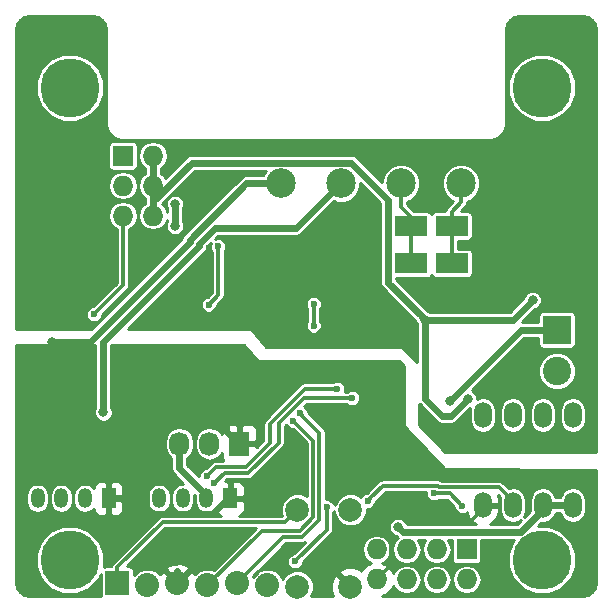
<source format=gbl>
G04 #@! TF.FileFunction,Copper,L2,Bot,Signal*
%FSLAX46Y46*%
G04 Gerber Fmt 4.6, Leading zero omitted, Abs format (unit mm)*
G04 Created by KiCad (PCBNEW 4.0.2+dfsg1-stable) date Fr 09 Jun 2017 13:04:17 CEST*
%MOMM*%
G01*
G04 APERTURE LIST*
%ADD10C,0.100000*%
%ADD11C,5.000000*%
%ADD12R,1.198880X1.699260*%
%ADD13O,1.198880X1.699260*%
%ADD14R,1.727200X1.727200*%
%ADD15O,1.727200X1.727200*%
%ADD16R,1.727200X2.032000*%
%ADD17O,1.727200X2.032000*%
%ADD18R,2.032000X2.032000*%
%ADD19C,2.032000*%
%ADD20O,1.501140X2.199640*%
%ADD21C,2.400000*%
%ADD22R,2.400000X2.400000*%
%ADD23C,2.500000*%
%ADD24C,1.998980*%
%ADD25R,2.800000X1.700000*%
%ADD26R,2.800000X1.699260*%
%ADD27C,0.600000*%
%ADD28C,0.800000*%
%ADD29C,0.304800*%
%ADD30C,0.600000*%
%ADD31C,0.254000*%
G04 APERTURE END LIST*
D10*
D11*
X165450000Y-140350000D03*
X125450000Y-140350000D03*
X125450000Y-100350000D03*
D12*
X139019280Y-135128000D03*
D13*
X135016240Y-135128000D03*
X137017760Y-135128000D03*
X133017260Y-135128000D03*
D12*
X128732280Y-135128000D03*
D13*
X124729240Y-135128000D03*
X126730760Y-135128000D03*
X122730260Y-135128000D03*
D14*
X129954000Y-106121000D03*
D15*
X132494000Y-106121000D03*
X129954000Y-108661000D03*
X132494000Y-108661000D03*
X129954000Y-111201000D03*
X132494000Y-111201000D03*
D16*
X139800000Y-130500000D03*
D17*
X137260000Y-130500000D03*
X134720000Y-130500000D03*
D18*
X129489200Y-142290800D03*
D19*
X132029200Y-142494000D03*
X134569200Y-142290800D03*
X137109200Y-142494000D03*
X139649200Y-142290800D03*
X142189200Y-142494000D03*
D14*
X159050000Y-139450000D03*
D15*
X159050000Y-141990000D03*
X156510000Y-139450000D03*
X156510000Y-141990000D03*
X153970000Y-139450000D03*
X153970000Y-141990000D03*
X151430000Y-139450000D03*
X151430000Y-141990000D03*
D11*
X165450000Y-100350000D03*
D20*
X168054000Y-128092000D03*
X165514000Y-128092000D03*
X162974000Y-128092000D03*
X160434000Y-128092000D03*
X160434000Y-135712000D03*
X162974000Y-135712000D03*
X165514000Y-135712000D03*
X168054000Y-135712000D03*
D21*
X166700000Y-124350000D03*
D22*
X166700000Y-120850000D03*
D23*
X143330000Y-108450000D03*
X148410000Y-108450000D03*
X158570000Y-108450000D03*
X153490000Y-108450000D03*
D24*
X149214840Y-142595600D03*
X144713960Y-136093200D03*
X144713960Y-142595600D03*
X149214840Y-136093200D03*
D25*
X157787340Y-112064800D03*
X154327860Y-112064800D03*
D26*
X154327860Y-115214400D03*
D25*
X157787340Y-115214400D03*
D27*
X146100800Y-118668800D03*
X146100800Y-120497600D03*
X138026309Y-113794709D03*
X137210800Y-118719600D03*
X161798000Y-109220000D03*
X163245800Y-96088200D03*
X137210800Y-113944400D03*
X134162800Y-118719600D03*
X168351200Y-108508800D03*
D28*
X138684000Y-127508000D03*
X123985000Y-121869000D03*
X134378703Y-112056902D03*
X134378719Y-110185200D03*
X153254020Y-137556820D03*
X157632400Y-126847600D03*
X159156400Y-126695200D03*
X164642800Y-118313200D03*
X155549600Y-119989600D03*
D27*
X149352000Y-126619000D03*
X137668000Y-133858000D03*
X148082000Y-125839580D03*
X137033000Y-133273540D03*
X156292103Y-134691169D03*
X158673907Y-135745580D03*
X150672800Y-135331200D03*
X144526000Y-140462000D03*
X147223084Y-135890000D03*
X144924564Y-127905096D03*
X144389841Y-128581325D03*
D28*
X128303000Y-127838000D03*
D27*
X127508000Y-119532400D03*
D29*
X146100800Y-120497600D02*
X146100800Y-118668800D01*
X138026309Y-114218973D02*
X138026309Y-113794709D01*
X138026309Y-117904091D02*
X138026309Y-114218973D01*
X137210800Y-118719600D02*
X138026309Y-117904091D01*
X162483800Y-104394000D02*
X162483800Y-96850200D01*
X162483800Y-96850200D02*
X163245800Y-96088200D01*
X161798000Y-105079800D02*
X162483800Y-104394000D01*
X161798000Y-109220000D02*
X161798000Y-105079800D01*
X134162800Y-118719600D02*
X137210800Y-115671600D01*
X137210800Y-115671600D02*
X137210800Y-113944400D01*
X161798000Y-109220000D02*
X167640000Y-109220000D01*
X167640000Y-109220000D02*
X168351200Y-108508800D01*
D30*
X138684000Y-127508000D02*
X138684000Y-129384000D01*
X138684000Y-129384000D02*
X139800000Y-130500000D01*
X131281360Y-136477640D02*
X129931720Y-135128000D01*
X139019280Y-135128000D02*
X138822807Y-135128000D01*
X138822807Y-135128000D02*
X137473167Y-136477640D01*
X137473167Y-136477640D02*
X131281360Y-136477640D01*
X129931720Y-135128000D02*
X128732280Y-135128000D01*
D29*
X152501600Y-136702800D02*
X153492400Y-135712000D01*
X153492400Y-135712000D02*
X157055933Y-135712000D01*
X157055933Y-135712000D02*
X158460553Y-137116620D01*
X158460553Y-137116620D02*
X159378630Y-137116620D01*
X159378630Y-137116620D02*
X160434000Y-136061250D01*
X160434000Y-136061250D02*
X160434000Y-135712000D01*
X152501600Y-138379200D02*
X152501600Y-136702800D01*
X152646001Y-138523601D02*
X152501600Y-138379200D01*
X151430000Y-141990000D02*
X152646001Y-140773999D01*
X152646001Y-140773999D02*
X152646001Y-138523601D01*
D30*
X127153080Y-121869000D02*
X124550685Y-121869000D01*
X140389810Y-108450000D02*
X135610787Y-113229023D01*
X143330000Y-108450000D02*
X140389810Y-108450000D01*
X135610787Y-113411293D02*
X127153080Y-121869000D01*
X124550685Y-121869000D02*
X123985000Y-121869000D01*
X135610787Y-113229023D02*
X135610787Y-113411293D01*
X134569200Y-142290800D02*
X134569200Y-141274800D01*
X134378719Y-112056886D02*
X134378703Y-112056902D01*
X134378719Y-110185200D02*
X134378719Y-112056886D01*
X137017760Y-135128000D02*
X137017760Y-134877810D01*
X137017760Y-134877810D02*
X134720000Y-132580050D01*
X134720000Y-132580050D02*
X134720000Y-130500000D01*
X165514000Y-136061250D02*
X163618431Y-137956819D01*
X163618431Y-137956819D02*
X153654019Y-137956819D01*
X153654019Y-137956819D02*
X153254020Y-137556820D01*
X165514000Y-135712000D02*
X165514000Y-136061250D01*
X168054000Y-135712000D02*
X165514000Y-135712000D01*
X166700000Y-120850000D02*
X163630000Y-120850000D01*
X163630000Y-120850000D02*
X157632400Y-126847600D01*
X156972000Y-128117600D02*
X155549600Y-126695200D01*
X155549600Y-126695200D02*
X155549600Y-119989600D01*
X157734000Y-128117600D02*
X156972000Y-128117600D01*
X159156400Y-126695200D02*
X157734000Y-128117600D01*
X155149601Y-119589601D02*
X155549600Y-119989600D01*
X152427859Y-116867859D02*
X155149601Y-119589601D01*
X152427859Y-109877857D02*
X152427859Y-116867859D01*
X135773687Y-106699999D02*
X149250001Y-106699999D01*
X132494000Y-111201000D02*
X132494000Y-109979686D01*
X132494000Y-109979686D02*
X135773687Y-106699999D01*
X149250001Y-106699999D02*
X152427859Y-109877857D01*
X155549600Y-119989600D02*
X162966400Y-119989600D01*
X162966400Y-119989600D02*
X164642800Y-118313200D01*
X132494000Y-108661000D02*
X132494000Y-111201000D01*
X132494000Y-106121000D02*
X132494000Y-108661000D01*
D29*
X143129000Y-128778000D02*
X145288000Y-126619000D01*
X145288000Y-126619000D02*
X149352000Y-126619000D01*
X143129000Y-130398832D02*
X143129000Y-128778000D01*
X138557000Y-132969000D02*
X140558832Y-132969000D01*
X140558832Y-132969000D02*
X143129000Y-130398832D01*
X137668000Y-133858000D02*
X138557000Y-132969000D01*
X137033000Y-133273540D02*
X137842351Y-132464189D01*
X142367000Y-128826090D02*
X145353510Y-125839580D01*
X137842351Y-132464189D02*
X140349733Y-132464189D01*
X140349733Y-132464189D02*
X142367000Y-130446922D01*
X142367000Y-130446922D02*
X142367000Y-128826090D01*
X145353510Y-125839580D02*
X147657736Y-125839580D01*
X147657736Y-125839580D02*
X148082000Y-125839580D01*
X158673907Y-135745580D02*
X157619496Y-134691169D01*
X156716367Y-134691169D02*
X156292103Y-134691169D01*
X157619496Y-134691169D02*
X156716367Y-134691169D01*
X161774050Y-134162800D02*
X156729288Y-134162800D01*
X162974000Y-135362750D02*
X161774050Y-134162800D01*
X156605256Y-134038768D02*
X151965232Y-134038768D01*
X156729288Y-134162800D02*
X156605256Y-134038768D01*
X162974000Y-135712000D02*
X162974000Y-135362750D01*
X150972799Y-135031201D02*
X150672800Y-135331200D01*
X151965232Y-134038768D02*
X150972799Y-135031201D01*
X144526000Y-140462000D02*
X147223084Y-137764916D01*
X147223084Y-137764916D02*
X147223084Y-135890000D01*
X133329149Y-137130051D02*
X143677109Y-137130051D01*
X129489200Y-140970000D02*
X133329149Y-137130051D01*
X129489200Y-142290800D02*
X129489200Y-140970000D01*
X143714471Y-137092689D02*
X144713960Y-136093200D01*
X143677109Y-137130051D02*
X143714471Y-137092689D01*
X145224563Y-128205095D02*
X144924564Y-127905096D01*
X145126681Y-138395189D02*
X146570662Y-136951208D01*
X143544811Y-138395189D02*
X145126681Y-138395189D01*
X139649200Y-142290800D02*
X143544811Y-138395189D01*
X146570662Y-129551194D02*
X145224563Y-128205095D01*
X146570662Y-136951208D02*
X146570662Y-129551194D01*
X144689840Y-128881324D02*
X144389841Y-128581325D01*
X137109200Y-142494000D02*
X141712822Y-137890378D01*
X146065851Y-130257335D02*
X144689840Y-128881324D01*
X141712822Y-137890378D02*
X144917582Y-137890378D01*
X146065851Y-136742109D02*
X146065851Y-130257335D01*
X144917582Y-137890378D02*
X146065851Y-136742109D01*
D30*
X128303000Y-127272315D02*
X128303000Y-127838000D01*
X137754196Y-112217000D02*
X136410798Y-113560398D01*
X144643000Y-112217000D02*
X137754196Y-112217000D01*
X148410000Y-108450000D02*
X144643000Y-112217000D01*
X136410798Y-113560398D02*
X136410798Y-113761202D01*
X128303000Y-121869000D02*
X128303000Y-127272315D01*
X136410798Y-113761202D02*
X128303000Y-121869000D01*
D29*
X129954000Y-111201000D02*
X129954000Y-117086400D01*
X129954000Y-117086400D02*
X127508000Y-119532400D01*
X157787340Y-112064800D02*
X157787340Y-115214400D01*
X158570000Y-108450000D02*
X158570000Y-110060400D01*
X157787340Y-110843060D02*
X157787340Y-112064800D01*
X158570000Y-110060400D02*
X157787340Y-110843060D01*
X154327860Y-112064800D02*
X154327860Y-115214400D01*
X154327860Y-112064800D02*
X154327860Y-111300260D01*
X154327860Y-111300260D02*
X153490000Y-110462400D01*
X153490000Y-110462400D02*
X153490000Y-108450000D01*
D31*
G36*
X127846103Y-94393723D02*
X128181902Y-94618098D01*
X128406277Y-94953897D01*
X128494000Y-95394913D01*
X128494000Y-103350000D01*
X128502762Y-103394050D01*
X128502762Y-103438961D01*
X128578882Y-103821644D01*
X128646970Y-103986023D01*
X128863743Y-104310447D01*
X128989553Y-104436257D01*
X129313977Y-104653030D01*
X129478356Y-104721118D01*
X129861039Y-104797238D01*
X129905950Y-104797238D01*
X129950000Y-104806000D01*
X160950000Y-104806000D01*
X160994050Y-104797238D01*
X161038961Y-104797238D01*
X161421644Y-104721118D01*
X161586023Y-104653030D01*
X161910447Y-104436257D01*
X162036257Y-104310447D01*
X162253030Y-103986023D01*
X162321118Y-103821644D01*
X162397238Y-103438961D01*
X162397238Y-103394050D01*
X162406000Y-103350000D01*
X162406000Y-100920552D01*
X162568501Y-100920552D01*
X163006183Y-101979823D01*
X163815914Y-102790969D01*
X164874420Y-103230499D01*
X166020552Y-103231499D01*
X167079823Y-102793817D01*
X167890969Y-101984086D01*
X168330499Y-100925580D01*
X168331499Y-99779448D01*
X167893817Y-98720177D01*
X167084086Y-97909031D01*
X166025580Y-97469501D01*
X164879448Y-97468501D01*
X163820177Y-97906183D01*
X163009031Y-98715914D01*
X162569501Y-99774420D01*
X162568501Y-100920552D01*
X162406000Y-100920552D01*
X162406000Y-95394912D01*
X162493723Y-94953897D01*
X162718098Y-94618098D01*
X163053897Y-94393723D01*
X163494913Y-94306000D01*
X168905088Y-94306000D01*
X169346103Y-94393723D01*
X169681902Y-94618098D01*
X169906277Y-94953897D01*
X169994000Y-95394913D01*
X169994000Y-131173000D01*
X157252606Y-131173000D01*
X155027000Y-128947394D01*
X155027000Y-127115289D01*
X155068060Y-127176740D01*
X156490458Y-128599137D01*
X156490460Y-128599140D01*
X156711393Y-128746762D01*
X156972000Y-128798600D01*
X157734000Y-128798600D01*
X157994608Y-128746762D01*
X158215540Y-128599140D01*
X159352461Y-127462218D01*
X159302430Y-127713739D01*
X159302430Y-128470261D01*
X159388566Y-128903294D01*
X159633859Y-129270402D01*
X160000967Y-129515695D01*
X160434000Y-129601831D01*
X160867033Y-129515695D01*
X161234141Y-129270402D01*
X161479434Y-128903294D01*
X161565570Y-128470261D01*
X161565570Y-127713739D01*
X161842430Y-127713739D01*
X161842430Y-128470261D01*
X161928566Y-128903294D01*
X162173859Y-129270402D01*
X162540967Y-129515695D01*
X162974000Y-129601831D01*
X163407033Y-129515695D01*
X163774141Y-129270402D01*
X164019434Y-128903294D01*
X164105570Y-128470261D01*
X164105570Y-127713739D01*
X164382430Y-127713739D01*
X164382430Y-128470261D01*
X164468566Y-128903294D01*
X164713859Y-129270402D01*
X165080967Y-129515695D01*
X165514000Y-129601831D01*
X165947033Y-129515695D01*
X166314141Y-129270402D01*
X166559434Y-128903294D01*
X166645570Y-128470261D01*
X166645570Y-127713739D01*
X166922430Y-127713739D01*
X166922430Y-128470261D01*
X167008566Y-128903294D01*
X167253859Y-129270402D01*
X167620967Y-129515695D01*
X168054000Y-129601831D01*
X168487033Y-129515695D01*
X168854141Y-129270402D01*
X169099434Y-128903294D01*
X169185570Y-128470261D01*
X169185570Y-127713739D01*
X169099434Y-127280706D01*
X168854141Y-126913598D01*
X168487033Y-126668305D01*
X168054000Y-126582169D01*
X167620967Y-126668305D01*
X167253859Y-126913598D01*
X167008566Y-127280706D01*
X166922430Y-127713739D01*
X166645570Y-127713739D01*
X166559434Y-127280706D01*
X166314141Y-126913598D01*
X165947033Y-126668305D01*
X165514000Y-126582169D01*
X165080967Y-126668305D01*
X164713859Y-126913598D01*
X164468566Y-127280706D01*
X164382430Y-127713739D01*
X164105570Y-127713739D01*
X164019434Y-127280706D01*
X163774141Y-126913598D01*
X163407033Y-126668305D01*
X162974000Y-126582169D01*
X162540967Y-126668305D01*
X162173859Y-126913598D01*
X161928566Y-127280706D01*
X161842430Y-127713739D01*
X161565570Y-127713739D01*
X161479434Y-127280706D01*
X161234141Y-126913598D01*
X160867033Y-126668305D01*
X160434000Y-126582169D01*
X160000967Y-126668305D01*
X159937387Y-126710788D01*
X159937536Y-126540531D01*
X159818886Y-126253377D01*
X159599379Y-126033486D01*
X159465277Y-125977803D01*
X160779979Y-124663101D01*
X165118726Y-124663101D01*
X165358912Y-125244395D01*
X165803266Y-125689525D01*
X166384140Y-125930725D01*
X167013101Y-125931274D01*
X167594395Y-125691088D01*
X168039525Y-125246734D01*
X168280725Y-124665860D01*
X168281274Y-124036899D01*
X168041088Y-123455605D01*
X167596734Y-123010475D01*
X167015860Y-122769275D01*
X166386899Y-122768726D01*
X165805605Y-123008912D01*
X165360475Y-123453266D01*
X165119275Y-124034140D01*
X165118726Y-124663101D01*
X160779979Y-124663101D01*
X163912080Y-121531000D01*
X165111536Y-121531000D01*
X165111536Y-122050000D01*
X165138103Y-122191190D01*
X165221546Y-122320865D01*
X165348866Y-122407859D01*
X165500000Y-122438464D01*
X167900000Y-122438464D01*
X168041190Y-122411897D01*
X168170865Y-122328454D01*
X168257859Y-122201134D01*
X168288464Y-122050000D01*
X168288464Y-119650000D01*
X168261897Y-119508810D01*
X168178454Y-119379135D01*
X168051134Y-119292141D01*
X167900000Y-119261536D01*
X165500000Y-119261536D01*
X165358810Y-119288103D01*
X165229135Y-119371546D01*
X165142141Y-119498866D01*
X165111536Y-119650000D01*
X165111536Y-120169000D01*
X163750080Y-120169000D01*
X164843948Y-119075131D01*
X165084623Y-118975686D01*
X165304514Y-118756179D01*
X165423664Y-118469232D01*
X165423936Y-118158531D01*
X165305286Y-117871377D01*
X165085779Y-117651486D01*
X164798832Y-117532336D01*
X164488131Y-117532064D01*
X164200977Y-117650714D01*
X163981086Y-117870221D01*
X163880528Y-118112393D01*
X162684320Y-119308600D01*
X155946133Y-119308600D01*
X155750409Y-119227329D01*
X155631141Y-119108061D01*
X155631138Y-119108059D01*
X153108859Y-116585779D01*
X153108859Y-116452494D01*
X155727860Y-116452494D01*
X155869050Y-116425927D01*
X155998725Y-116342484D01*
X156057850Y-116255952D01*
X156108886Y-116335265D01*
X156236206Y-116422259D01*
X156387340Y-116452864D01*
X159187340Y-116452864D01*
X159328530Y-116426297D01*
X159458205Y-116342854D01*
X159545199Y-116215534D01*
X159575804Y-116064400D01*
X159575804Y-114364400D01*
X159549237Y-114223210D01*
X159465794Y-114093535D01*
X159338474Y-114006541D01*
X159187340Y-113975936D01*
X158320740Y-113975936D01*
X158320740Y-113303264D01*
X159187340Y-113303264D01*
X159328530Y-113276697D01*
X159458205Y-113193254D01*
X159545199Y-113065934D01*
X159575804Y-112914800D01*
X159575804Y-111214800D01*
X159549237Y-111073610D01*
X159465794Y-110943935D01*
X159338474Y-110856941D01*
X159187340Y-110826336D01*
X158558405Y-110826336D01*
X158947168Y-110437573D01*
X158947171Y-110437571D01*
X159032638Y-110309660D01*
X159062797Y-110264524D01*
X159103400Y-110060400D01*
X159103400Y-109994348D01*
X159492680Y-109833501D01*
X159951888Y-109375093D01*
X160200716Y-108775849D01*
X160201282Y-108126997D01*
X159953501Y-107527320D01*
X159495093Y-107068112D01*
X158895849Y-106819284D01*
X158246997Y-106818718D01*
X157647320Y-107066499D01*
X157188112Y-107524907D01*
X156939284Y-108124151D01*
X156938718Y-108773003D01*
X157186499Y-109372680D01*
X157644907Y-109831888D01*
X157927025Y-109949034D01*
X157410169Y-110465889D01*
X157294543Y-110638937D01*
X157257267Y-110826336D01*
X156387340Y-110826336D01*
X156246150Y-110852903D01*
X156116475Y-110936346D01*
X156057228Y-111023058D01*
X156006314Y-110943935D01*
X155878994Y-110856941D01*
X155727860Y-110826336D01*
X154608278Y-110826336D01*
X154023400Y-110241458D01*
X154023400Y-109994348D01*
X154412680Y-109833501D01*
X154871888Y-109375093D01*
X155120716Y-108775849D01*
X155121282Y-108126997D01*
X154873501Y-107527320D01*
X154415093Y-107068112D01*
X153815849Y-106819284D01*
X153166997Y-106818718D01*
X152567320Y-107066499D01*
X152108112Y-107524907D01*
X151859284Y-108124151D01*
X151859090Y-108346008D01*
X149731541Y-106218459D01*
X149510609Y-106070837D01*
X149250001Y-106018999D01*
X135773692Y-106018999D01*
X135773687Y-106018998D01*
X135513079Y-106070837D01*
X135292147Y-106218459D01*
X133531117Y-107979489D01*
X133398448Y-107780935D01*
X133175000Y-107631632D01*
X133175000Y-107150368D01*
X133398448Y-107001065D01*
X133668243Y-106597288D01*
X133762983Y-106121000D01*
X133668243Y-105644712D01*
X133398448Y-105240935D01*
X132994671Y-104971140D01*
X132518383Y-104876400D01*
X132469617Y-104876400D01*
X131993329Y-104971140D01*
X131589552Y-105240935D01*
X131319757Y-105644712D01*
X131225017Y-106121000D01*
X131319757Y-106597288D01*
X131589552Y-107001065D01*
X131813000Y-107150368D01*
X131813000Y-107631632D01*
X131589552Y-107780935D01*
X131319757Y-108184712D01*
X131225017Y-108661000D01*
X131319757Y-109137288D01*
X131589552Y-109541065D01*
X131813000Y-109690368D01*
X131813000Y-110171632D01*
X131589552Y-110320935D01*
X131319757Y-110724712D01*
X131225017Y-111201000D01*
X131319757Y-111677288D01*
X131589552Y-112081065D01*
X131993329Y-112350860D01*
X132469617Y-112445600D01*
X132518383Y-112445600D01*
X132994671Y-112350860D01*
X133398448Y-112081065D01*
X133668243Y-111677288D01*
X133697719Y-111529103D01*
X133697719Y-111660331D01*
X133597839Y-111900870D01*
X133597567Y-112211571D01*
X133716217Y-112498725D01*
X133935724Y-112718616D01*
X134222671Y-112837766D01*
X134533372Y-112838038D01*
X134820526Y-112719388D01*
X135040417Y-112499881D01*
X135159567Y-112212934D01*
X135159839Y-111902233D01*
X135059719Y-111659925D01*
X135059719Y-110581733D01*
X135159583Y-110341232D01*
X135159855Y-110030531D01*
X135041205Y-109743377D01*
X134821698Y-109523486D01*
X134534751Y-109404336D01*
X134224050Y-109404064D01*
X133936896Y-109522714D01*
X133717005Y-109742221D01*
X133597855Y-110029168D01*
X133597583Y-110339869D01*
X133697719Y-110582216D01*
X133697719Y-110872897D01*
X133668243Y-110724712D01*
X133398448Y-110320935D01*
X133229031Y-110207735D01*
X136055767Y-107380999D01*
X142092271Y-107380999D01*
X141948112Y-107524907D01*
X141846756Y-107769000D01*
X140389810Y-107769000D01*
X140129202Y-107820838D01*
X139908270Y-107968460D01*
X135129247Y-112747483D01*
X134981625Y-112968415D01*
X134981625Y-112968416D01*
X134954570Y-113104430D01*
X127286000Y-120773000D01*
X120906000Y-120773000D01*
X120906000Y-119667265D01*
X126826882Y-119667265D01*
X126930339Y-119917652D01*
X127121741Y-120109387D01*
X127371946Y-120213282D01*
X127642865Y-120213518D01*
X127893252Y-120110061D01*
X128084987Y-119918659D01*
X128188882Y-119668454D01*
X128188937Y-119605805D01*
X130331168Y-117463573D01*
X130331171Y-117463571D01*
X130407458Y-117349399D01*
X130446797Y-117290524D01*
X130487400Y-117086400D01*
X130487400Y-112328991D01*
X130858448Y-112081065D01*
X131128243Y-111677288D01*
X131222983Y-111201000D01*
X131128243Y-110724712D01*
X130858448Y-110320935D01*
X130454671Y-110051140D01*
X129978383Y-109956400D01*
X129929617Y-109956400D01*
X129453329Y-110051140D01*
X129049552Y-110320935D01*
X128779757Y-110724712D01*
X128685017Y-111201000D01*
X128779757Y-111677288D01*
X129049552Y-112081065D01*
X129420600Y-112328991D01*
X129420600Y-116865459D01*
X127434722Y-118851336D01*
X127373135Y-118851282D01*
X127122748Y-118954739D01*
X126931013Y-119146141D01*
X126827118Y-119396346D01*
X126826882Y-119667265D01*
X120906000Y-119667265D01*
X120906000Y-108661000D01*
X128685017Y-108661000D01*
X128779757Y-109137288D01*
X129049552Y-109541065D01*
X129453329Y-109810860D01*
X129929617Y-109905600D01*
X129978383Y-109905600D01*
X130454671Y-109810860D01*
X130858448Y-109541065D01*
X131128243Y-109137288D01*
X131222983Y-108661000D01*
X131128243Y-108184712D01*
X130858448Y-107780935D01*
X130454671Y-107511140D01*
X129978383Y-107416400D01*
X129929617Y-107416400D01*
X129453329Y-107511140D01*
X129049552Y-107780935D01*
X128779757Y-108184712D01*
X128685017Y-108661000D01*
X120906000Y-108661000D01*
X120906000Y-105257400D01*
X128701936Y-105257400D01*
X128701936Y-106984600D01*
X128728503Y-107125790D01*
X128811946Y-107255465D01*
X128939266Y-107342459D01*
X129090400Y-107373064D01*
X130817600Y-107373064D01*
X130958790Y-107346497D01*
X131088465Y-107263054D01*
X131175459Y-107135734D01*
X131206064Y-106984600D01*
X131206064Y-105257400D01*
X131179497Y-105116210D01*
X131096054Y-104986535D01*
X130968734Y-104899541D01*
X130817600Y-104868936D01*
X129090400Y-104868936D01*
X128949210Y-104895503D01*
X128819535Y-104978946D01*
X128732541Y-105106266D01*
X128701936Y-105257400D01*
X120906000Y-105257400D01*
X120906000Y-100920552D01*
X122568501Y-100920552D01*
X123006183Y-101979823D01*
X123815914Y-102790969D01*
X124874420Y-103230499D01*
X126020552Y-103231499D01*
X127079823Y-102793817D01*
X127890969Y-101984086D01*
X128330499Y-100925580D01*
X128331499Y-99779448D01*
X127893817Y-98720177D01*
X127084086Y-97909031D01*
X126025580Y-97469501D01*
X124879448Y-97468501D01*
X123820177Y-97906183D01*
X123009031Y-98715914D01*
X122569501Y-99774420D01*
X122568501Y-100920552D01*
X120906000Y-100920552D01*
X120906000Y-95394912D01*
X120993723Y-94953897D01*
X121218098Y-94618098D01*
X121553897Y-94393723D01*
X121994913Y-94306000D01*
X127405088Y-94306000D01*
X127846103Y-94393723D01*
X127846103Y-94393723D01*
G37*
X127846103Y-94393723D02*
X128181902Y-94618098D01*
X128406277Y-94953897D01*
X128494000Y-95394913D01*
X128494000Y-103350000D01*
X128502762Y-103394050D01*
X128502762Y-103438961D01*
X128578882Y-103821644D01*
X128646970Y-103986023D01*
X128863743Y-104310447D01*
X128989553Y-104436257D01*
X129313977Y-104653030D01*
X129478356Y-104721118D01*
X129861039Y-104797238D01*
X129905950Y-104797238D01*
X129950000Y-104806000D01*
X160950000Y-104806000D01*
X160994050Y-104797238D01*
X161038961Y-104797238D01*
X161421644Y-104721118D01*
X161586023Y-104653030D01*
X161910447Y-104436257D01*
X162036257Y-104310447D01*
X162253030Y-103986023D01*
X162321118Y-103821644D01*
X162397238Y-103438961D01*
X162397238Y-103394050D01*
X162406000Y-103350000D01*
X162406000Y-100920552D01*
X162568501Y-100920552D01*
X163006183Y-101979823D01*
X163815914Y-102790969D01*
X164874420Y-103230499D01*
X166020552Y-103231499D01*
X167079823Y-102793817D01*
X167890969Y-101984086D01*
X168330499Y-100925580D01*
X168331499Y-99779448D01*
X167893817Y-98720177D01*
X167084086Y-97909031D01*
X166025580Y-97469501D01*
X164879448Y-97468501D01*
X163820177Y-97906183D01*
X163009031Y-98715914D01*
X162569501Y-99774420D01*
X162568501Y-100920552D01*
X162406000Y-100920552D01*
X162406000Y-95394912D01*
X162493723Y-94953897D01*
X162718098Y-94618098D01*
X163053897Y-94393723D01*
X163494913Y-94306000D01*
X168905088Y-94306000D01*
X169346103Y-94393723D01*
X169681902Y-94618098D01*
X169906277Y-94953897D01*
X169994000Y-95394913D01*
X169994000Y-131173000D01*
X157252606Y-131173000D01*
X155027000Y-128947394D01*
X155027000Y-127115289D01*
X155068060Y-127176740D01*
X156490458Y-128599137D01*
X156490460Y-128599140D01*
X156711393Y-128746762D01*
X156972000Y-128798600D01*
X157734000Y-128798600D01*
X157994608Y-128746762D01*
X158215540Y-128599140D01*
X159352461Y-127462218D01*
X159302430Y-127713739D01*
X159302430Y-128470261D01*
X159388566Y-128903294D01*
X159633859Y-129270402D01*
X160000967Y-129515695D01*
X160434000Y-129601831D01*
X160867033Y-129515695D01*
X161234141Y-129270402D01*
X161479434Y-128903294D01*
X161565570Y-128470261D01*
X161565570Y-127713739D01*
X161842430Y-127713739D01*
X161842430Y-128470261D01*
X161928566Y-128903294D01*
X162173859Y-129270402D01*
X162540967Y-129515695D01*
X162974000Y-129601831D01*
X163407033Y-129515695D01*
X163774141Y-129270402D01*
X164019434Y-128903294D01*
X164105570Y-128470261D01*
X164105570Y-127713739D01*
X164382430Y-127713739D01*
X164382430Y-128470261D01*
X164468566Y-128903294D01*
X164713859Y-129270402D01*
X165080967Y-129515695D01*
X165514000Y-129601831D01*
X165947033Y-129515695D01*
X166314141Y-129270402D01*
X166559434Y-128903294D01*
X166645570Y-128470261D01*
X166645570Y-127713739D01*
X166922430Y-127713739D01*
X166922430Y-128470261D01*
X167008566Y-128903294D01*
X167253859Y-129270402D01*
X167620967Y-129515695D01*
X168054000Y-129601831D01*
X168487033Y-129515695D01*
X168854141Y-129270402D01*
X169099434Y-128903294D01*
X169185570Y-128470261D01*
X169185570Y-127713739D01*
X169099434Y-127280706D01*
X168854141Y-126913598D01*
X168487033Y-126668305D01*
X168054000Y-126582169D01*
X167620967Y-126668305D01*
X167253859Y-126913598D01*
X167008566Y-127280706D01*
X166922430Y-127713739D01*
X166645570Y-127713739D01*
X166559434Y-127280706D01*
X166314141Y-126913598D01*
X165947033Y-126668305D01*
X165514000Y-126582169D01*
X165080967Y-126668305D01*
X164713859Y-126913598D01*
X164468566Y-127280706D01*
X164382430Y-127713739D01*
X164105570Y-127713739D01*
X164019434Y-127280706D01*
X163774141Y-126913598D01*
X163407033Y-126668305D01*
X162974000Y-126582169D01*
X162540967Y-126668305D01*
X162173859Y-126913598D01*
X161928566Y-127280706D01*
X161842430Y-127713739D01*
X161565570Y-127713739D01*
X161479434Y-127280706D01*
X161234141Y-126913598D01*
X160867033Y-126668305D01*
X160434000Y-126582169D01*
X160000967Y-126668305D01*
X159937387Y-126710788D01*
X159937536Y-126540531D01*
X159818886Y-126253377D01*
X159599379Y-126033486D01*
X159465277Y-125977803D01*
X160779979Y-124663101D01*
X165118726Y-124663101D01*
X165358912Y-125244395D01*
X165803266Y-125689525D01*
X166384140Y-125930725D01*
X167013101Y-125931274D01*
X167594395Y-125691088D01*
X168039525Y-125246734D01*
X168280725Y-124665860D01*
X168281274Y-124036899D01*
X168041088Y-123455605D01*
X167596734Y-123010475D01*
X167015860Y-122769275D01*
X166386899Y-122768726D01*
X165805605Y-123008912D01*
X165360475Y-123453266D01*
X165119275Y-124034140D01*
X165118726Y-124663101D01*
X160779979Y-124663101D01*
X163912080Y-121531000D01*
X165111536Y-121531000D01*
X165111536Y-122050000D01*
X165138103Y-122191190D01*
X165221546Y-122320865D01*
X165348866Y-122407859D01*
X165500000Y-122438464D01*
X167900000Y-122438464D01*
X168041190Y-122411897D01*
X168170865Y-122328454D01*
X168257859Y-122201134D01*
X168288464Y-122050000D01*
X168288464Y-119650000D01*
X168261897Y-119508810D01*
X168178454Y-119379135D01*
X168051134Y-119292141D01*
X167900000Y-119261536D01*
X165500000Y-119261536D01*
X165358810Y-119288103D01*
X165229135Y-119371546D01*
X165142141Y-119498866D01*
X165111536Y-119650000D01*
X165111536Y-120169000D01*
X163750080Y-120169000D01*
X164843948Y-119075131D01*
X165084623Y-118975686D01*
X165304514Y-118756179D01*
X165423664Y-118469232D01*
X165423936Y-118158531D01*
X165305286Y-117871377D01*
X165085779Y-117651486D01*
X164798832Y-117532336D01*
X164488131Y-117532064D01*
X164200977Y-117650714D01*
X163981086Y-117870221D01*
X163880528Y-118112393D01*
X162684320Y-119308600D01*
X155946133Y-119308600D01*
X155750409Y-119227329D01*
X155631141Y-119108061D01*
X155631138Y-119108059D01*
X153108859Y-116585779D01*
X153108859Y-116452494D01*
X155727860Y-116452494D01*
X155869050Y-116425927D01*
X155998725Y-116342484D01*
X156057850Y-116255952D01*
X156108886Y-116335265D01*
X156236206Y-116422259D01*
X156387340Y-116452864D01*
X159187340Y-116452864D01*
X159328530Y-116426297D01*
X159458205Y-116342854D01*
X159545199Y-116215534D01*
X159575804Y-116064400D01*
X159575804Y-114364400D01*
X159549237Y-114223210D01*
X159465794Y-114093535D01*
X159338474Y-114006541D01*
X159187340Y-113975936D01*
X158320740Y-113975936D01*
X158320740Y-113303264D01*
X159187340Y-113303264D01*
X159328530Y-113276697D01*
X159458205Y-113193254D01*
X159545199Y-113065934D01*
X159575804Y-112914800D01*
X159575804Y-111214800D01*
X159549237Y-111073610D01*
X159465794Y-110943935D01*
X159338474Y-110856941D01*
X159187340Y-110826336D01*
X158558405Y-110826336D01*
X158947168Y-110437573D01*
X158947171Y-110437571D01*
X159032638Y-110309660D01*
X159062797Y-110264524D01*
X159103400Y-110060400D01*
X159103400Y-109994348D01*
X159492680Y-109833501D01*
X159951888Y-109375093D01*
X160200716Y-108775849D01*
X160201282Y-108126997D01*
X159953501Y-107527320D01*
X159495093Y-107068112D01*
X158895849Y-106819284D01*
X158246997Y-106818718D01*
X157647320Y-107066499D01*
X157188112Y-107524907D01*
X156939284Y-108124151D01*
X156938718Y-108773003D01*
X157186499Y-109372680D01*
X157644907Y-109831888D01*
X157927025Y-109949034D01*
X157410169Y-110465889D01*
X157294543Y-110638937D01*
X157257267Y-110826336D01*
X156387340Y-110826336D01*
X156246150Y-110852903D01*
X156116475Y-110936346D01*
X156057228Y-111023058D01*
X156006314Y-110943935D01*
X155878994Y-110856941D01*
X155727860Y-110826336D01*
X154608278Y-110826336D01*
X154023400Y-110241458D01*
X154023400Y-109994348D01*
X154412680Y-109833501D01*
X154871888Y-109375093D01*
X155120716Y-108775849D01*
X155121282Y-108126997D01*
X154873501Y-107527320D01*
X154415093Y-107068112D01*
X153815849Y-106819284D01*
X153166997Y-106818718D01*
X152567320Y-107066499D01*
X152108112Y-107524907D01*
X151859284Y-108124151D01*
X151859090Y-108346008D01*
X149731541Y-106218459D01*
X149510609Y-106070837D01*
X149250001Y-106018999D01*
X135773692Y-106018999D01*
X135773687Y-106018998D01*
X135513079Y-106070837D01*
X135292147Y-106218459D01*
X133531117Y-107979489D01*
X133398448Y-107780935D01*
X133175000Y-107631632D01*
X133175000Y-107150368D01*
X133398448Y-107001065D01*
X133668243Y-106597288D01*
X133762983Y-106121000D01*
X133668243Y-105644712D01*
X133398448Y-105240935D01*
X132994671Y-104971140D01*
X132518383Y-104876400D01*
X132469617Y-104876400D01*
X131993329Y-104971140D01*
X131589552Y-105240935D01*
X131319757Y-105644712D01*
X131225017Y-106121000D01*
X131319757Y-106597288D01*
X131589552Y-107001065D01*
X131813000Y-107150368D01*
X131813000Y-107631632D01*
X131589552Y-107780935D01*
X131319757Y-108184712D01*
X131225017Y-108661000D01*
X131319757Y-109137288D01*
X131589552Y-109541065D01*
X131813000Y-109690368D01*
X131813000Y-110171632D01*
X131589552Y-110320935D01*
X131319757Y-110724712D01*
X131225017Y-111201000D01*
X131319757Y-111677288D01*
X131589552Y-112081065D01*
X131993329Y-112350860D01*
X132469617Y-112445600D01*
X132518383Y-112445600D01*
X132994671Y-112350860D01*
X133398448Y-112081065D01*
X133668243Y-111677288D01*
X133697719Y-111529103D01*
X133697719Y-111660331D01*
X133597839Y-111900870D01*
X133597567Y-112211571D01*
X133716217Y-112498725D01*
X133935724Y-112718616D01*
X134222671Y-112837766D01*
X134533372Y-112838038D01*
X134820526Y-112719388D01*
X135040417Y-112499881D01*
X135159567Y-112212934D01*
X135159839Y-111902233D01*
X135059719Y-111659925D01*
X135059719Y-110581733D01*
X135159583Y-110341232D01*
X135159855Y-110030531D01*
X135041205Y-109743377D01*
X134821698Y-109523486D01*
X134534751Y-109404336D01*
X134224050Y-109404064D01*
X133936896Y-109522714D01*
X133717005Y-109742221D01*
X133597855Y-110029168D01*
X133597583Y-110339869D01*
X133697719Y-110582216D01*
X133697719Y-110872897D01*
X133668243Y-110724712D01*
X133398448Y-110320935D01*
X133229031Y-110207735D01*
X136055767Y-107380999D01*
X142092271Y-107380999D01*
X141948112Y-107524907D01*
X141846756Y-107769000D01*
X140389810Y-107769000D01*
X140129202Y-107820838D01*
X139908270Y-107968460D01*
X135129247Y-112747483D01*
X134981625Y-112968415D01*
X134981625Y-112968416D01*
X134954570Y-113104430D01*
X127286000Y-120773000D01*
X120906000Y-120773000D01*
X120906000Y-119667265D01*
X126826882Y-119667265D01*
X126930339Y-119917652D01*
X127121741Y-120109387D01*
X127371946Y-120213282D01*
X127642865Y-120213518D01*
X127893252Y-120110061D01*
X128084987Y-119918659D01*
X128188882Y-119668454D01*
X128188937Y-119605805D01*
X130331168Y-117463573D01*
X130331171Y-117463571D01*
X130407458Y-117349399D01*
X130446797Y-117290524D01*
X130487400Y-117086400D01*
X130487400Y-112328991D01*
X130858448Y-112081065D01*
X131128243Y-111677288D01*
X131222983Y-111201000D01*
X131128243Y-110724712D01*
X130858448Y-110320935D01*
X130454671Y-110051140D01*
X129978383Y-109956400D01*
X129929617Y-109956400D01*
X129453329Y-110051140D01*
X129049552Y-110320935D01*
X128779757Y-110724712D01*
X128685017Y-111201000D01*
X128779757Y-111677288D01*
X129049552Y-112081065D01*
X129420600Y-112328991D01*
X129420600Y-116865459D01*
X127434722Y-118851336D01*
X127373135Y-118851282D01*
X127122748Y-118954739D01*
X126931013Y-119146141D01*
X126827118Y-119396346D01*
X126826882Y-119667265D01*
X120906000Y-119667265D01*
X120906000Y-108661000D01*
X128685017Y-108661000D01*
X128779757Y-109137288D01*
X129049552Y-109541065D01*
X129453329Y-109810860D01*
X129929617Y-109905600D01*
X129978383Y-109905600D01*
X130454671Y-109810860D01*
X130858448Y-109541065D01*
X131128243Y-109137288D01*
X131222983Y-108661000D01*
X131128243Y-108184712D01*
X130858448Y-107780935D01*
X130454671Y-107511140D01*
X129978383Y-107416400D01*
X129929617Y-107416400D01*
X129453329Y-107511140D01*
X129049552Y-107780935D01*
X128779757Y-108184712D01*
X128685017Y-108661000D01*
X120906000Y-108661000D01*
X120906000Y-105257400D01*
X128701936Y-105257400D01*
X128701936Y-106984600D01*
X128728503Y-107125790D01*
X128811946Y-107255465D01*
X128939266Y-107342459D01*
X129090400Y-107373064D01*
X130817600Y-107373064D01*
X130958790Y-107346497D01*
X131088465Y-107263054D01*
X131175459Y-107135734D01*
X131206064Y-106984600D01*
X131206064Y-105257400D01*
X131179497Y-105116210D01*
X131096054Y-104986535D01*
X130968734Y-104899541D01*
X130817600Y-104868936D01*
X129090400Y-104868936D01*
X128949210Y-104895503D01*
X128819535Y-104978946D01*
X128732541Y-105106266D01*
X128701936Y-105257400D01*
X120906000Y-105257400D01*
X120906000Y-100920552D01*
X122568501Y-100920552D01*
X123006183Y-101979823D01*
X123815914Y-102790969D01*
X124874420Y-103230499D01*
X126020552Y-103231499D01*
X127079823Y-102793817D01*
X127890969Y-101984086D01*
X128330499Y-100925580D01*
X128331499Y-99779448D01*
X127893817Y-98720177D01*
X127084086Y-97909031D01*
X126025580Y-97469501D01*
X124879448Y-97468501D01*
X123820177Y-97906183D01*
X123009031Y-98715914D01*
X122569501Y-99774420D01*
X122568501Y-100920552D01*
X120906000Y-100920552D01*
X120906000Y-95394912D01*
X120993723Y-94953897D01*
X121218098Y-94618098D01*
X121553897Y-94393723D01*
X121994913Y-94306000D01*
X127405088Y-94306000D01*
X127846103Y-94393723D01*
G36*
X151746859Y-110159937D02*
X151746859Y-116867859D01*
X151798697Y-117128467D01*
X151946319Y-117349399D01*
X154668059Y-120071138D01*
X154668061Y-120071141D01*
X154787669Y-120190749D01*
X154868600Y-120386616D01*
X154868600Y-123588994D01*
X153589803Y-122310197D01*
X153547789Y-122282334D01*
X153500000Y-122273000D01*
X142057992Y-122273000D01*
X140795973Y-120816824D01*
X140756051Y-120786038D01*
X140700000Y-120773000D01*
X130362080Y-120773000D01*
X136892338Y-114242742D01*
X137039960Y-114021810D01*
X137071617Y-113862659D01*
X137394997Y-113539279D01*
X137345427Y-113658655D01*
X137345191Y-113929574D01*
X137448648Y-114179961D01*
X137492909Y-114224299D01*
X137492909Y-117683149D01*
X137137522Y-118038536D01*
X137075935Y-118038482D01*
X136825548Y-118141939D01*
X136633813Y-118333341D01*
X136529918Y-118583546D01*
X136529682Y-118854465D01*
X136633139Y-119104852D01*
X136824541Y-119296587D01*
X137074746Y-119400482D01*
X137345665Y-119400718D01*
X137596052Y-119297261D01*
X137787787Y-119105859D01*
X137891682Y-118855654D01*
X137891727Y-118803665D01*
X145419682Y-118803665D01*
X145523139Y-119054052D01*
X145567400Y-119098390D01*
X145567400Y-120067830D01*
X145523813Y-120111341D01*
X145419918Y-120361546D01*
X145419682Y-120632465D01*
X145523139Y-120882852D01*
X145714541Y-121074587D01*
X145964746Y-121178482D01*
X146235665Y-121178718D01*
X146486052Y-121075261D01*
X146677787Y-120883859D01*
X146781682Y-120633654D01*
X146781918Y-120362735D01*
X146678461Y-120112348D01*
X146634200Y-120068010D01*
X146634200Y-119098570D01*
X146677787Y-119055059D01*
X146781682Y-118804854D01*
X146781918Y-118533935D01*
X146678461Y-118283548D01*
X146487059Y-118091813D01*
X146236854Y-117987918D01*
X145965935Y-117987682D01*
X145715548Y-118091139D01*
X145523813Y-118282541D01*
X145419918Y-118532746D01*
X145419682Y-118803665D01*
X137891727Y-118803665D01*
X137891737Y-118793005D01*
X138403480Y-118281262D01*
X138519106Y-118108214D01*
X138559709Y-117904091D01*
X138559709Y-114224479D01*
X138603296Y-114180968D01*
X138707191Y-113930763D01*
X138707427Y-113659844D01*
X138603970Y-113409457D01*
X138412568Y-113217722D01*
X138162363Y-113113827D01*
X137891444Y-113113591D01*
X137770861Y-113163415D01*
X138036275Y-112898000D01*
X144643000Y-112898000D01*
X144903608Y-112846162D01*
X145124540Y-112698540D01*
X147842645Y-109980434D01*
X148084151Y-110080716D01*
X148733003Y-110081282D01*
X149332680Y-109833501D01*
X149791888Y-109375093D01*
X150040716Y-108775849D01*
X150040997Y-108454075D01*
X151746859Y-110159937D01*
X151746859Y-110159937D01*
G37*
X151746859Y-110159937D02*
X151746859Y-116867859D01*
X151798697Y-117128467D01*
X151946319Y-117349399D01*
X154668059Y-120071138D01*
X154668061Y-120071141D01*
X154787669Y-120190749D01*
X154868600Y-120386616D01*
X154868600Y-123588994D01*
X153589803Y-122310197D01*
X153547789Y-122282334D01*
X153500000Y-122273000D01*
X142057992Y-122273000D01*
X140795973Y-120816824D01*
X140756051Y-120786038D01*
X140700000Y-120773000D01*
X130362080Y-120773000D01*
X136892338Y-114242742D01*
X137039960Y-114021810D01*
X137071617Y-113862659D01*
X137394997Y-113539279D01*
X137345427Y-113658655D01*
X137345191Y-113929574D01*
X137448648Y-114179961D01*
X137492909Y-114224299D01*
X137492909Y-117683149D01*
X137137522Y-118038536D01*
X137075935Y-118038482D01*
X136825548Y-118141939D01*
X136633813Y-118333341D01*
X136529918Y-118583546D01*
X136529682Y-118854465D01*
X136633139Y-119104852D01*
X136824541Y-119296587D01*
X137074746Y-119400482D01*
X137345665Y-119400718D01*
X137596052Y-119297261D01*
X137787787Y-119105859D01*
X137891682Y-118855654D01*
X137891727Y-118803665D01*
X145419682Y-118803665D01*
X145523139Y-119054052D01*
X145567400Y-119098390D01*
X145567400Y-120067830D01*
X145523813Y-120111341D01*
X145419918Y-120361546D01*
X145419682Y-120632465D01*
X145523139Y-120882852D01*
X145714541Y-121074587D01*
X145964746Y-121178482D01*
X146235665Y-121178718D01*
X146486052Y-121075261D01*
X146677787Y-120883859D01*
X146781682Y-120633654D01*
X146781918Y-120362735D01*
X146678461Y-120112348D01*
X146634200Y-120068010D01*
X146634200Y-119098570D01*
X146677787Y-119055059D01*
X146781682Y-118804854D01*
X146781918Y-118533935D01*
X146678461Y-118283548D01*
X146487059Y-118091813D01*
X146236854Y-117987918D01*
X145965935Y-117987682D01*
X145715548Y-118091139D01*
X145523813Y-118282541D01*
X145419918Y-118532746D01*
X145419682Y-118803665D01*
X137891727Y-118803665D01*
X137891737Y-118793005D01*
X138403480Y-118281262D01*
X138519106Y-118108214D01*
X138559709Y-117904091D01*
X138559709Y-114224479D01*
X138603296Y-114180968D01*
X138707191Y-113930763D01*
X138707427Y-113659844D01*
X138603970Y-113409457D01*
X138412568Y-113217722D01*
X138162363Y-113113827D01*
X137891444Y-113113591D01*
X137770861Y-113163415D01*
X138036275Y-112898000D01*
X144643000Y-112898000D01*
X144903608Y-112846162D01*
X145124540Y-112698540D01*
X147842645Y-109980434D01*
X148084151Y-110080716D01*
X148733003Y-110081282D01*
X149332680Y-109833501D01*
X149791888Y-109375093D01*
X150040716Y-108775849D01*
X150040997Y-108454075D01*
X151746859Y-110159937D01*
G36*
X127622000Y-127441467D02*
X127522136Y-127681968D01*
X127521864Y-127992669D01*
X127640514Y-128279823D01*
X127860021Y-128499714D01*
X128146968Y-128618864D01*
X128457669Y-128619136D01*
X128744823Y-128500486D01*
X128964714Y-128280979D01*
X129083864Y-127994032D01*
X129084136Y-127683331D01*
X128984000Y-127440984D01*
X128984000Y-122151080D01*
X129008080Y-122127000D01*
X140241587Y-122127000D01*
X141403574Y-123482651D01*
X141443327Y-123513654D01*
X141500000Y-123527000D01*
X153347394Y-123527000D01*
X153773000Y-123952606D01*
X153773000Y-129000000D01*
X153783006Y-129049410D01*
X153807596Y-129087124D01*
X157107596Y-132587124D01*
X157148772Y-132616210D01*
X157199045Y-132626996D01*
X169994000Y-132723198D01*
X169994000Y-142305087D01*
X169906277Y-142746103D01*
X169681902Y-143081902D01*
X169346103Y-143306277D01*
X168905088Y-143394000D01*
X151897776Y-143394000D01*
X152318490Y-143196821D01*
X152712688Y-142764947D01*
X152820841Y-142503828D01*
X153065552Y-142870065D01*
X153469329Y-143139860D01*
X153945617Y-143234600D01*
X153994383Y-143234600D01*
X154470671Y-143139860D01*
X154874448Y-142870065D01*
X155144243Y-142466288D01*
X155238983Y-141990000D01*
X155241017Y-141990000D01*
X155335757Y-142466288D01*
X155605552Y-142870065D01*
X156009329Y-143139860D01*
X156485617Y-143234600D01*
X156534383Y-143234600D01*
X157010671Y-143139860D01*
X157414448Y-142870065D01*
X157684243Y-142466288D01*
X157778983Y-141990000D01*
X157781017Y-141990000D01*
X157875757Y-142466288D01*
X158145552Y-142870065D01*
X158549329Y-143139860D01*
X159025617Y-143234600D01*
X159074383Y-143234600D01*
X159550671Y-143139860D01*
X159954448Y-142870065D01*
X160224243Y-142466288D01*
X160318983Y-141990000D01*
X160224243Y-141513712D01*
X159954448Y-141109935D01*
X159550671Y-140840140D01*
X159074383Y-140745400D01*
X159025617Y-140745400D01*
X158549329Y-140840140D01*
X158145552Y-141109935D01*
X157875757Y-141513712D01*
X157781017Y-141990000D01*
X157778983Y-141990000D01*
X157684243Y-141513712D01*
X157414448Y-141109935D01*
X157010671Y-140840140D01*
X156534383Y-140745400D01*
X156485617Y-140745400D01*
X156009329Y-140840140D01*
X155605552Y-141109935D01*
X155335757Y-141513712D01*
X155241017Y-141990000D01*
X155238983Y-141990000D01*
X155144243Y-141513712D01*
X154874448Y-141109935D01*
X154470671Y-140840140D01*
X153994383Y-140745400D01*
X153945617Y-140745400D01*
X153469329Y-140840140D01*
X153065552Y-141109935D01*
X152820841Y-141476172D01*
X152712688Y-141215053D01*
X152318490Y-140783179D01*
X151928338Y-140600324D01*
X151930671Y-140599860D01*
X152334448Y-140330065D01*
X152604243Y-139926288D01*
X152698983Y-139450000D01*
X152604243Y-138973712D01*
X152334448Y-138569935D01*
X151930671Y-138300140D01*
X151454383Y-138205400D01*
X151405617Y-138205400D01*
X150929329Y-138300140D01*
X150525552Y-138569935D01*
X150255757Y-138973712D01*
X150161017Y-139450000D01*
X150255757Y-139926288D01*
X150525552Y-140330065D01*
X150929329Y-140599860D01*
X150931662Y-140600324D01*
X150541510Y-140783179D01*
X150147312Y-141215053D01*
X150123892Y-141271597D01*
X150088798Y-141176635D01*
X149479258Y-140950199D01*
X148829463Y-140974259D01*
X148340882Y-141176635D01*
X148242283Y-141443437D01*
X149214840Y-142415995D01*
X149228982Y-142401852D01*
X149408588Y-142581458D01*
X149394445Y-142595600D01*
X149408588Y-142609742D01*
X149228982Y-142789348D01*
X149214840Y-142775205D01*
X149200698Y-142789348D01*
X149021092Y-142609742D01*
X149035235Y-142595600D01*
X148062677Y-141623043D01*
X147795875Y-141721642D01*
X147569439Y-142331182D01*
X147593499Y-142980977D01*
X147764578Y-143394000D01*
X145868179Y-143394000D01*
X145883600Y-143378606D01*
X146094209Y-142871401D01*
X146094689Y-142322208D01*
X145884965Y-141814637D01*
X145496966Y-141425960D01*
X144989761Y-141215351D01*
X144440568Y-141214871D01*
X143932997Y-141424595D01*
X143544320Y-141812594D01*
X143481608Y-141963621D01*
X143374210Y-141703697D01*
X142981570Y-141310371D01*
X142468300Y-141097243D01*
X141912539Y-141096758D01*
X141398897Y-141308990D01*
X141005571Y-141701630D01*
X140961335Y-141808163D01*
X140939361Y-141754981D01*
X143765753Y-138928589D01*
X145126681Y-138928589D01*
X145330804Y-138887986D01*
X145375610Y-138858048D01*
X144452722Y-139780936D01*
X144391135Y-139780882D01*
X144140748Y-139884339D01*
X143949013Y-140075741D01*
X143845118Y-140325946D01*
X143844882Y-140596865D01*
X143948339Y-140847252D01*
X144139741Y-141038987D01*
X144389946Y-141142882D01*
X144660865Y-141143118D01*
X144911252Y-141039661D01*
X145102987Y-140848259D01*
X145206882Y-140598054D01*
X145206937Y-140535405D01*
X147600255Y-138142087D01*
X147715881Y-137969039D01*
X147756485Y-137764916D01*
X147756484Y-137764911D01*
X147756484Y-136319770D01*
X147800071Y-136276259D01*
X147834262Y-136193919D01*
X147834111Y-136366592D01*
X148043835Y-136874163D01*
X148431834Y-137262840D01*
X148939039Y-137473449D01*
X149488232Y-137473929D01*
X149995803Y-137264205D01*
X150384480Y-136876206D01*
X150595089Y-136369001D01*
X150595401Y-136012133D01*
X150807665Y-136012318D01*
X151058052Y-135908861D01*
X151249787Y-135717459D01*
X151353682Y-135467254D01*
X151353737Y-135404605D01*
X152186174Y-134572168D01*
X155611206Y-134572168D01*
X155610985Y-134826034D01*
X155714442Y-135076421D01*
X155905844Y-135268156D01*
X156156049Y-135372051D01*
X156426968Y-135372287D01*
X156677355Y-135268830D01*
X156721693Y-135224569D01*
X157398554Y-135224569D01*
X157992843Y-135818858D01*
X157992789Y-135880445D01*
X158096246Y-136130832D01*
X158287648Y-136322567D01*
X158537853Y-136426462D01*
X158808772Y-136426698D01*
X159059159Y-136323241D01*
X159081718Y-136300721D01*
X159202501Y-136708817D01*
X159544056Y-137130798D01*
X159811007Y-137275819D01*
X153982957Y-137275819D01*
X153916506Y-137114997D01*
X153696999Y-136895106D01*
X153410052Y-136775956D01*
X153099351Y-136775684D01*
X152812197Y-136894334D01*
X152592306Y-137113841D01*
X152473156Y-137400788D01*
X152472884Y-137711489D01*
X152591534Y-137998643D01*
X152811041Y-138218534D01*
X153053211Y-138319091D01*
X153172479Y-138438359D01*
X153217474Y-138468424D01*
X153065552Y-138569935D01*
X152795757Y-138973712D01*
X152701017Y-139450000D01*
X152795757Y-139926288D01*
X153065552Y-140330065D01*
X153469329Y-140599860D01*
X153945617Y-140694600D01*
X153994383Y-140694600D01*
X154470671Y-140599860D01*
X154874448Y-140330065D01*
X155144243Y-139926288D01*
X155238983Y-139450000D01*
X155144243Y-138973712D01*
X154919807Y-138637819D01*
X155560193Y-138637819D01*
X155335757Y-138973712D01*
X155241017Y-139450000D01*
X155335757Y-139926288D01*
X155605552Y-140330065D01*
X156009329Y-140599860D01*
X156485617Y-140694600D01*
X156534383Y-140694600D01*
X157010671Y-140599860D01*
X157414448Y-140330065D01*
X157684243Y-139926288D01*
X157778983Y-139450000D01*
X157684243Y-138973712D01*
X157459807Y-138637819D01*
X157797936Y-138637819D01*
X157797936Y-140313600D01*
X157824503Y-140454790D01*
X157907946Y-140584465D01*
X158035266Y-140671459D01*
X158186400Y-140702064D01*
X159913600Y-140702064D01*
X160054790Y-140675497D01*
X160184465Y-140592054D01*
X160271459Y-140464734D01*
X160302064Y-140313600D01*
X160302064Y-138637819D01*
X163087262Y-138637819D01*
X163009031Y-138715914D01*
X162569501Y-139774420D01*
X162568501Y-140920552D01*
X163006183Y-141979823D01*
X163815914Y-142790969D01*
X164874420Y-143230499D01*
X166020552Y-143231499D01*
X167079823Y-142793817D01*
X167890969Y-141984086D01*
X168330499Y-140925580D01*
X168331499Y-139779448D01*
X167893817Y-138720177D01*
X167084086Y-137909031D01*
X166025580Y-137469501D01*
X165069663Y-137468667D01*
X165349266Y-137189063D01*
X165514000Y-137221831D01*
X165947033Y-137135695D01*
X166314141Y-136890402D01*
X166559434Y-136523294D01*
X166585351Y-136393000D01*
X166982649Y-136393000D01*
X167008566Y-136523294D01*
X167253859Y-136890402D01*
X167620967Y-137135695D01*
X168054000Y-137221831D01*
X168487033Y-137135695D01*
X168854141Y-136890402D01*
X169099434Y-136523294D01*
X169185570Y-136090261D01*
X169185570Y-135333739D01*
X169099434Y-134900706D01*
X168854141Y-134533598D01*
X168487033Y-134288305D01*
X168054000Y-134202169D01*
X167620967Y-134288305D01*
X167253859Y-134533598D01*
X167008566Y-134900706D01*
X166982649Y-135031000D01*
X166585351Y-135031000D01*
X166559434Y-134900706D01*
X166314141Y-134533598D01*
X165947033Y-134288305D01*
X165514000Y-134202169D01*
X165080967Y-134288305D01*
X164713859Y-134533598D01*
X164468566Y-134900706D01*
X164382430Y-135333739D01*
X164382430Y-136090261D01*
X164405571Y-136206599D01*
X163879601Y-136732569D01*
X164019434Y-136523294D01*
X164105570Y-136090261D01*
X164105570Y-135333739D01*
X164019434Y-134900706D01*
X163774141Y-134533598D01*
X163407033Y-134288305D01*
X162974000Y-134202169D01*
X162635160Y-134269569D01*
X162151221Y-133785629D01*
X161978173Y-133670003D01*
X161774050Y-133629400D01*
X156934240Y-133629400D01*
X156809379Y-133545971D01*
X156605256Y-133505368D01*
X151965232Y-133505368D01*
X151761109Y-133545971D01*
X151588061Y-133661597D01*
X150599522Y-134650136D01*
X150537935Y-134650082D01*
X150287548Y-134753539D01*
X150095813Y-134944941D01*
X150073304Y-134999149D01*
X149997846Y-134923560D01*
X149490641Y-134712951D01*
X148941448Y-134712471D01*
X148433877Y-134922195D01*
X148045200Y-135310194D01*
X147882378Y-135702316D01*
X147800745Y-135504748D01*
X147609343Y-135313013D01*
X147359138Y-135209118D01*
X147104062Y-135208896D01*
X147104062Y-129551194D01*
X147068840Y-129374121D01*
X147063459Y-129347070D01*
X147004275Y-129258495D01*
X146947833Y-129174023D01*
X146947830Y-129174021D01*
X145605628Y-127831818D01*
X145605682Y-127770231D01*
X145502225Y-127519844D01*
X145322018Y-127339324D01*
X145508942Y-127152400D01*
X148922230Y-127152400D01*
X148965741Y-127195987D01*
X149215946Y-127299882D01*
X149486865Y-127300118D01*
X149737252Y-127196661D01*
X149928987Y-127005259D01*
X150032882Y-126755054D01*
X150033118Y-126484135D01*
X149929661Y-126233748D01*
X149738259Y-126042013D01*
X149488054Y-125938118D01*
X149217135Y-125937882D01*
X148966748Y-126041339D01*
X148922410Y-126085600D01*
X148717220Y-126085600D01*
X148762882Y-125975634D01*
X148763118Y-125704715D01*
X148659661Y-125454328D01*
X148468259Y-125262593D01*
X148218054Y-125158698D01*
X147947135Y-125158462D01*
X147696748Y-125261919D01*
X147652410Y-125306180D01*
X145353510Y-125306180D01*
X145149387Y-125346783D01*
X144976339Y-125462409D01*
X141989829Y-128448919D01*
X141874203Y-128621967D01*
X141833600Y-128826090D01*
X141833600Y-130225980D01*
X141286215Y-130773365D01*
X141139850Y-130627000D01*
X139927000Y-130627000D01*
X139927000Y-130647000D01*
X139673000Y-130647000D01*
X139673000Y-130627000D01*
X139653000Y-130627000D01*
X139653000Y-130373000D01*
X139673000Y-130373000D01*
X139673000Y-129007750D01*
X139927000Y-129007750D01*
X139927000Y-130373000D01*
X141139850Y-130373000D01*
X141298600Y-130214250D01*
X141298600Y-129357691D01*
X141201927Y-129124302D01*
X141023299Y-128945673D01*
X140789910Y-128849000D01*
X140085750Y-128849000D01*
X139927000Y-129007750D01*
X139673000Y-129007750D01*
X139514250Y-128849000D01*
X138810090Y-128849000D01*
X138576701Y-128945673D01*
X138398073Y-129124302D01*
X138301400Y-129357691D01*
X138301400Y-129681621D01*
X138140065Y-129440166D01*
X137736288Y-129170371D01*
X137260000Y-129075631D01*
X136783712Y-129170371D01*
X136379935Y-129440166D01*
X136110140Y-129843943D01*
X136015400Y-130320231D01*
X136015400Y-130679769D01*
X136110140Y-131156057D01*
X136379935Y-131559834D01*
X136783712Y-131829629D01*
X137260000Y-131924369D01*
X137736288Y-131829629D01*
X138140065Y-131559834D01*
X138301400Y-131318379D01*
X138301400Y-131642309D01*
X138398073Y-131875698D01*
X138453164Y-131930789D01*
X137842351Y-131930789D01*
X137638228Y-131971392D01*
X137465180Y-132087018D01*
X136959722Y-132592476D01*
X136898135Y-132592422D01*
X136647748Y-132695879D01*
X136456013Y-132887281D01*
X136352118Y-133137486D01*
X136352021Y-133248991D01*
X135401000Y-132297970D01*
X135401000Y-131692845D01*
X135600065Y-131559834D01*
X135869860Y-131156057D01*
X135964600Y-130679769D01*
X135964600Y-130320231D01*
X135869860Y-129843943D01*
X135600065Y-129440166D01*
X135196288Y-129170371D01*
X134720000Y-129075631D01*
X134243712Y-129170371D01*
X133839935Y-129440166D01*
X133570140Y-129843943D01*
X133475400Y-130320231D01*
X133475400Y-130679769D01*
X133570140Y-131156057D01*
X133839935Y-131559834D01*
X134039000Y-131692845D01*
X134039000Y-132580050D01*
X134090838Y-132840658D01*
X134238460Y-133061590D01*
X135058547Y-133881676D01*
X135016240Y-133873261D01*
X134641042Y-133947893D01*
X134322964Y-134160425D01*
X134110432Y-134478503D01*
X134035800Y-134853701D01*
X134035800Y-135402299D01*
X134110432Y-135777497D01*
X134322964Y-136095575D01*
X134641042Y-136308107D01*
X135016240Y-136382739D01*
X135391438Y-136308107D01*
X135709516Y-136095575D01*
X135922048Y-135777497D01*
X135996680Y-135402299D01*
X135996680Y-134853701D01*
X135988265Y-134811394D01*
X136037320Y-134860449D01*
X136037320Y-135402299D01*
X136111952Y-135777497D01*
X136324484Y-136095575D01*
X136642562Y-136308107D01*
X137017760Y-136382739D01*
X137392958Y-136308107D01*
X137711036Y-136095575D01*
X137784840Y-135985119D01*
X137784840Y-136103940D01*
X137881513Y-136337329D01*
X138060142Y-136515957D01*
X138254954Y-136596651D01*
X133329149Y-136596651D01*
X133125026Y-136637254D01*
X132951978Y-136752880D01*
X129112029Y-140592829D01*
X128996403Y-140765877D01*
X128972442Y-140886336D01*
X128473200Y-140886336D01*
X128332010Y-140912903D01*
X128330509Y-140913869D01*
X128331499Y-139779448D01*
X127893817Y-138720177D01*
X127084086Y-137909031D01*
X126025580Y-137469501D01*
X124879448Y-137468501D01*
X123820177Y-137906183D01*
X123009031Y-138715914D01*
X122569501Y-139774420D01*
X122568501Y-140920552D01*
X123006183Y-141979823D01*
X123815914Y-142790969D01*
X124874420Y-143230499D01*
X126020552Y-143231499D01*
X127079823Y-142793817D01*
X127890969Y-141984086D01*
X128084736Y-141517443D01*
X128084736Y-143306800D01*
X128101144Y-143394000D01*
X121994913Y-143394000D01*
X121553897Y-143306277D01*
X121218098Y-143081902D01*
X120993723Y-142746103D01*
X120906000Y-142305088D01*
X120906000Y-134853701D01*
X121749820Y-134853701D01*
X121749820Y-135402299D01*
X121824452Y-135777497D01*
X122036984Y-136095575D01*
X122355062Y-136308107D01*
X122730260Y-136382739D01*
X123105458Y-136308107D01*
X123423536Y-136095575D01*
X123636068Y-135777497D01*
X123710700Y-135402299D01*
X123710700Y-134853701D01*
X123748800Y-134853701D01*
X123748800Y-135402299D01*
X123823432Y-135777497D01*
X124035964Y-136095575D01*
X124354042Y-136308107D01*
X124729240Y-136382739D01*
X125104438Y-136308107D01*
X125422516Y-136095575D01*
X125635048Y-135777497D01*
X125709680Y-135402299D01*
X125709680Y-134853701D01*
X125750320Y-134853701D01*
X125750320Y-135402299D01*
X125824952Y-135777497D01*
X126037484Y-136095575D01*
X126355562Y-136308107D01*
X126730760Y-136382739D01*
X127105958Y-136308107D01*
X127424036Y-136095575D01*
X127497840Y-135985119D01*
X127497840Y-136103940D01*
X127594513Y-136337329D01*
X127773142Y-136515957D01*
X128006531Y-136612630D01*
X128446530Y-136612630D01*
X128605280Y-136453880D01*
X128605280Y-135255000D01*
X128859280Y-135255000D01*
X128859280Y-136453880D01*
X129018030Y-136612630D01*
X129458029Y-136612630D01*
X129691418Y-136515957D01*
X129870047Y-136337329D01*
X129966720Y-136103940D01*
X129966720Y-135413750D01*
X129807970Y-135255000D01*
X128859280Y-135255000D01*
X128605280Y-135255000D01*
X128585280Y-135255000D01*
X128585280Y-135001000D01*
X128605280Y-135001000D01*
X128605280Y-133802120D01*
X128859280Y-133802120D01*
X128859280Y-135001000D01*
X129807970Y-135001000D01*
X129955269Y-134853701D01*
X132036820Y-134853701D01*
X132036820Y-135402299D01*
X132111452Y-135777497D01*
X132323984Y-136095575D01*
X132642062Y-136308107D01*
X133017260Y-136382739D01*
X133392458Y-136308107D01*
X133710536Y-136095575D01*
X133923068Y-135777497D01*
X133997700Y-135402299D01*
X133997700Y-134853701D01*
X133923068Y-134478503D01*
X133710536Y-134160425D01*
X133392458Y-133947893D01*
X133017260Y-133873261D01*
X132642062Y-133947893D01*
X132323984Y-134160425D01*
X132111452Y-134478503D01*
X132036820Y-134853701D01*
X129955269Y-134853701D01*
X129966720Y-134842250D01*
X129966720Y-134152060D01*
X129870047Y-133918671D01*
X129691418Y-133740043D01*
X129458029Y-133643370D01*
X129018030Y-133643370D01*
X128859280Y-133802120D01*
X128605280Y-133802120D01*
X128446530Y-133643370D01*
X128006531Y-133643370D01*
X127773142Y-133740043D01*
X127594513Y-133918671D01*
X127497840Y-134152060D01*
X127497840Y-134270881D01*
X127424036Y-134160425D01*
X127105958Y-133947893D01*
X126730760Y-133873261D01*
X126355562Y-133947893D01*
X126037484Y-134160425D01*
X125824952Y-134478503D01*
X125750320Y-134853701D01*
X125709680Y-134853701D01*
X125635048Y-134478503D01*
X125422516Y-134160425D01*
X125104438Y-133947893D01*
X124729240Y-133873261D01*
X124354042Y-133947893D01*
X124035964Y-134160425D01*
X123823432Y-134478503D01*
X123748800Y-134853701D01*
X123710700Y-134853701D01*
X123636068Y-134478503D01*
X123423536Y-134160425D01*
X123105458Y-133947893D01*
X122730260Y-133873261D01*
X122355062Y-133947893D01*
X122036984Y-134160425D01*
X121824452Y-134478503D01*
X121749820Y-134853701D01*
X120906000Y-134853701D01*
X120906000Y-122127000D01*
X127622000Y-122127000D01*
X127622000Y-127441467D01*
X127622000Y-127441467D01*
G37*
X127622000Y-127441467D02*
X127522136Y-127681968D01*
X127521864Y-127992669D01*
X127640514Y-128279823D01*
X127860021Y-128499714D01*
X128146968Y-128618864D01*
X128457669Y-128619136D01*
X128744823Y-128500486D01*
X128964714Y-128280979D01*
X129083864Y-127994032D01*
X129084136Y-127683331D01*
X128984000Y-127440984D01*
X128984000Y-122151080D01*
X129008080Y-122127000D01*
X140241587Y-122127000D01*
X141403574Y-123482651D01*
X141443327Y-123513654D01*
X141500000Y-123527000D01*
X153347394Y-123527000D01*
X153773000Y-123952606D01*
X153773000Y-129000000D01*
X153783006Y-129049410D01*
X153807596Y-129087124D01*
X157107596Y-132587124D01*
X157148772Y-132616210D01*
X157199045Y-132626996D01*
X169994000Y-132723198D01*
X169994000Y-142305087D01*
X169906277Y-142746103D01*
X169681902Y-143081902D01*
X169346103Y-143306277D01*
X168905088Y-143394000D01*
X151897776Y-143394000D01*
X152318490Y-143196821D01*
X152712688Y-142764947D01*
X152820841Y-142503828D01*
X153065552Y-142870065D01*
X153469329Y-143139860D01*
X153945617Y-143234600D01*
X153994383Y-143234600D01*
X154470671Y-143139860D01*
X154874448Y-142870065D01*
X155144243Y-142466288D01*
X155238983Y-141990000D01*
X155241017Y-141990000D01*
X155335757Y-142466288D01*
X155605552Y-142870065D01*
X156009329Y-143139860D01*
X156485617Y-143234600D01*
X156534383Y-143234600D01*
X157010671Y-143139860D01*
X157414448Y-142870065D01*
X157684243Y-142466288D01*
X157778983Y-141990000D01*
X157781017Y-141990000D01*
X157875757Y-142466288D01*
X158145552Y-142870065D01*
X158549329Y-143139860D01*
X159025617Y-143234600D01*
X159074383Y-143234600D01*
X159550671Y-143139860D01*
X159954448Y-142870065D01*
X160224243Y-142466288D01*
X160318983Y-141990000D01*
X160224243Y-141513712D01*
X159954448Y-141109935D01*
X159550671Y-140840140D01*
X159074383Y-140745400D01*
X159025617Y-140745400D01*
X158549329Y-140840140D01*
X158145552Y-141109935D01*
X157875757Y-141513712D01*
X157781017Y-141990000D01*
X157778983Y-141990000D01*
X157684243Y-141513712D01*
X157414448Y-141109935D01*
X157010671Y-140840140D01*
X156534383Y-140745400D01*
X156485617Y-140745400D01*
X156009329Y-140840140D01*
X155605552Y-141109935D01*
X155335757Y-141513712D01*
X155241017Y-141990000D01*
X155238983Y-141990000D01*
X155144243Y-141513712D01*
X154874448Y-141109935D01*
X154470671Y-140840140D01*
X153994383Y-140745400D01*
X153945617Y-140745400D01*
X153469329Y-140840140D01*
X153065552Y-141109935D01*
X152820841Y-141476172D01*
X152712688Y-141215053D01*
X152318490Y-140783179D01*
X151928338Y-140600324D01*
X151930671Y-140599860D01*
X152334448Y-140330065D01*
X152604243Y-139926288D01*
X152698983Y-139450000D01*
X152604243Y-138973712D01*
X152334448Y-138569935D01*
X151930671Y-138300140D01*
X151454383Y-138205400D01*
X151405617Y-138205400D01*
X150929329Y-138300140D01*
X150525552Y-138569935D01*
X150255757Y-138973712D01*
X150161017Y-139450000D01*
X150255757Y-139926288D01*
X150525552Y-140330065D01*
X150929329Y-140599860D01*
X150931662Y-140600324D01*
X150541510Y-140783179D01*
X150147312Y-141215053D01*
X150123892Y-141271597D01*
X150088798Y-141176635D01*
X149479258Y-140950199D01*
X148829463Y-140974259D01*
X148340882Y-141176635D01*
X148242283Y-141443437D01*
X149214840Y-142415995D01*
X149228982Y-142401852D01*
X149408588Y-142581458D01*
X149394445Y-142595600D01*
X149408588Y-142609742D01*
X149228982Y-142789348D01*
X149214840Y-142775205D01*
X149200698Y-142789348D01*
X149021092Y-142609742D01*
X149035235Y-142595600D01*
X148062677Y-141623043D01*
X147795875Y-141721642D01*
X147569439Y-142331182D01*
X147593499Y-142980977D01*
X147764578Y-143394000D01*
X145868179Y-143394000D01*
X145883600Y-143378606D01*
X146094209Y-142871401D01*
X146094689Y-142322208D01*
X145884965Y-141814637D01*
X145496966Y-141425960D01*
X144989761Y-141215351D01*
X144440568Y-141214871D01*
X143932997Y-141424595D01*
X143544320Y-141812594D01*
X143481608Y-141963621D01*
X143374210Y-141703697D01*
X142981570Y-141310371D01*
X142468300Y-141097243D01*
X141912539Y-141096758D01*
X141398897Y-141308990D01*
X141005571Y-141701630D01*
X140961335Y-141808163D01*
X140939361Y-141754981D01*
X143765753Y-138928589D01*
X145126681Y-138928589D01*
X145330804Y-138887986D01*
X145375610Y-138858048D01*
X144452722Y-139780936D01*
X144391135Y-139780882D01*
X144140748Y-139884339D01*
X143949013Y-140075741D01*
X143845118Y-140325946D01*
X143844882Y-140596865D01*
X143948339Y-140847252D01*
X144139741Y-141038987D01*
X144389946Y-141142882D01*
X144660865Y-141143118D01*
X144911252Y-141039661D01*
X145102987Y-140848259D01*
X145206882Y-140598054D01*
X145206937Y-140535405D01*
X147600255Y-138142087D01*
X147715881Y-137969039D01*
X147756485Y-137764916D01*
X147756484Y-137764911D01*
X147756484Y-136319770D01*
X147800071Y-136276259D01*
X147834262Y-136193919D01*
X147834111Y-136366592D01*
X148043835Y-136874163D01*
X148431834Y-137262840D01*
X148939039Y-137473449D01*
X149488232Y-137473929D01*
X149995803Y-137264205D01*
X150384480Y-136876206D01*
X150595089Y-136369001D01*
X150595401Y-136012133D01*
X150807665Y-136012318D01*
X151058052Y-135908861D01*
X151249787Y-135717459D01*
X151353682Y-135467254D01*
X151353737Y-135404605D01*
X152186174Y-134572168D01*
X155611206Y-134572168D01*
X155610985Y-134826034D01*
X155714442Y-135076421D01*
X155905844Y-135268156D01*
X156156049Y-135372051D01*
X156426968Y-135372287D01*
X156677355Y-135268830D01*
X156721693Y-135224569D01*
X157398554Y-135224569D01*
X157992843Y-135818858D01*
X157992789Y-135880445D01*
X158096246Y-136130832D01*
X158287648Y-136322567D01*
X158537853Y-136426462D01*
X158808772Y-136426698D01*
X159059159Y-136323241D01*
X159081718Y-136300721D01*
X159202501Y-136708817D01*
X159544056Y-137130798D01*
X159811007Y-137275819D01*
X153982957Y-137275819D01*
X153916506Y-137114997D01*
X153696999Y-136895106D01*
X153410052Y-136775956D01*
X153099351Y-136775684D01*
X152812197Y-136894334D01*
X152592306Y-137113841D01*
X152473156Y-137400788D01*
X152472884Y-137711489D01*
X152591534Y-137998643D01*
X152811041Y-138218534D01*
X153053211Y-138319091D01*
X153172479Y-138438359D01*
X153217474Y-138468424D01*
X153065552Y-138569935D01*
X152795757Y-138973712D01*
X152701017Y-139450000D01*
X152795757Y-139926288D01*
X153065552Y-140330065D01*
X153469329Y-140599860D01*
X153945617Y-140694600D01*
X153994383Y-140694600D01*
X154470671Y-140599860D01*
X154874448Y-140330065D01*
X155144243Y-139926288D01*
X155238983Y-139450000D01*
X155144243Y-138973712D01*
X154919807Y-138637819D01*
X155560193Y-138637819D01*
X155335757Y-138973712D01*
X155241017Y-139450000D01*
X155335757Y-139926288D01*
X155605552Y-140330065D01*
X156009329Y-140599860D01*
X156485617Y-140694600D01*
X156534383Y-140694600D01*
X157010671Y-140599860D01*
X157414448Y-140330065D01*
X157684243Y-139926288D01*
X157778983Y-139450000D01*
X157684243Y-138973712D01*
X157459807Y-138637819D01*
X157797936Y-138637819D01*
X157797936Y-140313600D01*
X157824503Y-140454790D01*
X157907946Y-140584465D01*
X158035266Y-140671459D01*
X158186400Y-140702064D01*
X159913600Y-140702064D01*
X160054790Y-140675497D01*
X160184465Y-140592054D01*
X160271459Y-140464734D01*
X160302064Y-140313600D01*
X160302064Y-138637819D01*
X163087262Y-138637819D01*
X163009031Y-138715914D01*
X162569501Y-139774420D01*
X162568501Y-140920552D01*
X163006183Y-141979823D01*
X163815914Y-142790969D01*
X164874420Y-143230499D01*
X166020552Y-143231499D01*
X167079823Y-142793817D01*
X167890969Y-141984086D01*
X168330499Y-140925580D01*
X168331499Y-139779448D01*
X167893817Y-138720177D01*
X167084086Y-137909031D01*
X166025580Y-137469501D01*
X165069663Y-137468667D01*
X165349266Y-137189063D01*
X165514000Y-137221831D01*
X165947033Y-137135695D01*
X166314141Y-136890402D01*
X166559434Y-136523294D01*
X166585351Y-136393000D01*
X166982649Y-136393000D01*
X167008566Y-136523294D01*
X167253859Y-136890402D01*
X167620967Y-137135695D01*
X168054000Y-137221831D01*
X168487033Y-137135695D01*
X168854141Y-136890402D01*
X169099434Y-136523294D01*
X169185570Y-136090261D01*
X169185570Y-135333739D01*
X169099434Y-134900706D01*
X168854141Y-134533598D01*
X168487033Y-134288305D01*
X168054000Y-134202169D01*
X167620967Y-134288305D01*
X167253859Y-134533598D01*
X167008566Y-134900706D01*
X166982649Y-135031000D01*
X166585351Y-135031000D01*
X166559434Y-134900706D01*
X166314141Y-134533598D01*
X165947033Y-134288305D01*
X165514000Y-134202169D01*
X165080967Y-134288305D01*
X164713859Y-134533598D01*
X164468566Y-134900706D01*
X164382430Y-135333739D01*
X164382430Y-136090261D01*
X164405571Y-136206599D01*
X163879601Y-136732569D01*
X164019434Y-136523294D01*
X164105570Y-136090261D01*
X164105570Y-135333739D01*
X164019434Y-134900706D01*
X163774141Y-134533598D01*
X163407033Y-134288305D01*
X162974000Y-134202169D01*
X162635160Y-134269569D01*
X162151221Y-133785629D01*
X161978173Y-133670003D01*
X161774050Y-133629400D01*
X156934240Y-133629400D01*
X156809379Y-133545971D01*
X156605256Y-133505368D01*
X151965232Y-133505368D01*
X151761109Y-133545971D01*
X151588061Y-133661597D01*
X150599522Y-134650136D01*
X150537935Y-134650082D01*
X150287548Y-134753539D01*
X150095813Y-134944941D01*
X150073304Y-134999149D01*
X149997846Y-134923560D01*
X149490641Y-134712951D01*
X148941448Y-134712471D01*
X148433877Y-134922195D01*
X148045200Y-135310194D01*
X147882378Y-135702316D01*
X147800745Y-135504748D01*
X147609343Y-135313013D01*
X147359138Y-135209118D01*
X147104062Y-135208896D01*
X147104062Y-129551194D01*
X147068840Y-129374121D01*
X147063459Y-129347070D01*
X147004275Y-129258495D01*
X146947833Y-129174023D01*
X146947830Y-129174021D01*
X145605628Y-127831818D01*
X145605682Y-127770231D01*
X145502225Y-127519844D01*
X145322018Y-127339324D01*
X145508942Y-127152400D01*
X148922230Y-127152400D01*
X148965741Y-127195987D01*
X149215946Y-127299882D01*
X149486865Y-127300118D01*
X149737252Y-127196661D01*
X149928987Y-127005259D01*
X150032882Y-126755054D01*
X150033118Y-126484135D01*
X149929661Y-126233748D01*
X149738259Y-126042013D01*
X149488054Y-125938118D01*
X149217135Y-125937882D01*
X148966748Y-126041339D01*
X148922410Y-126085600D01*
X148717220Y-126085600D01*
X148762882Y-125975634D01*
X148763118Y-125704715D01*
X148659661Y-125454328D01*
X148468259Y-125262593D01*
X148218054Y-125158698D01*
X147947135Y-125158462D01*
X147696748Y-125261919D01*
X147652410Y-125306180D01*
X145353510Y-125306180D01*
X145149387Y-125346783D01*
X144976339Y-125462409D01*
X141989829Y-128448919D01*
X141874203Y-128621967D01*
X141833600Y-128826090D01*
X141833600Y-130225980D01*
X141286215Y-130773365D01*
X141139850Y-130627000D01*
X139927000Y-130627000D01*
X139927000Y-130647000D01*
X139673000Y-130647000D01*
X139673000Y-130627000D01*
X139653000Y-130627000D01*
X139653000Y-130373000D01*
X139673000Y-130373000D01*
X139673000Y-129007750D01*
X139927000Y-129007750D01*
X139927000Y-130373000D01*
X141139850Y-130373000D01*
X141298600Y-130214250D01*
X141298600Y-129357691D01*
X141201927Y-129124302D01*
X141023299Y-128945673D01*
X140789910Y-128849000D01*
X140085750Y-128849000D01*
X139927000Y-129007750D01*
X139673000Y-129007750D01*
X139514250Y-128849000D01*
X138810090Y-128849000D01*
X138576701Y-128945673D01*
X138398073Y-129124302D01*
X138301400Y-129357691D01*
X138301400Y-129681621D01*
X138140065Y-129440166D01*
X137736288Y-129170371D01*
X137260000Y-129075631D01*
X136783712Y-129170371D01*
X136379935Y-129440166D01*
X136110140Y-129843943D01*
X136015400Y-130320231D01*
X136015400Y-130679769D01*
X136110140Y-131156057D01*
X136379935Y-131559834D01*
X136783712Y-131829629D01*
X137260000Y-131924369D01*
X137736288Y-131829629D01*
X138140065Y-131559834D01*
X138301400Y-131318379D01*
X138301400Y-131642309D01*
X138398073Y-131875698D01*
X138453164Y-131930789D01*
X137842351Y-131930789D01*
X137638228Y-131971392D01*
X137465180Y-132087018D01*
X136959722Y-132592476D01*
X136898135Y-132592422D01*
X136647748Y-132695879D01*
X136456013Y-132887281D01*
X136352118Y-133137486D01*
X136352021Y-133248991D01*
X135401000Y-132297970D01*
X135401000Y-131692845D01*
X135600065Y-131559834D01*
X135869860Y-131156057D01*
X135964600Y-130679769D01*
X135964600Y-130320231D01*
X135869860Y-129843943D01*
X135600065Y-129440166D01*
X135196288Y-129170371D01*
X134720000Y-129075631D01*
X134243712Y-129170371D01*
X133839935Y-129440166D01*
X133570140Y-129843943D01*
X133475400Y-130320231D01*
X133475400Y-130679769D01*
X133570140Y-131156057D01*
X133839935Y-131559834D01*
X134039000Y-131692845D01*
X134039000Y-132580050D01*
X134090838Y-132840658D01*
X134238460Y-133061590D01*
X135058547Y-133881676D01*
X135016240Y-133873261D01*
X134641042Y-133947893D01*
X134322964Y-134160425D01*
X134110432Y-134478503D01*
X134035800Y-134853701D01*
X134035800Y-135402299D01*
X134110432Y-135777497D01*
X134322964Y-136095575D01*
X134641042Y-136308107D01*
X135016240Y-136382739D01*
X135391438Y-136308107D01*
X135709516Y-136095575D01*
X135922048Y-135777497D01*
X135996680Y-135402299D01*
X135996680Y-134853701D01*
X135988265Y-134811394D01*
X136037320Y-134860449D01*
X136037320Y-135402299D01*
X136111952Y-135777497D01*
X136324484Y-136095575D01*
X136642562Y-136308107D01*
X137017760Y-136382739D01*
X137392958Y-136308107D01*
X137711036Y-136095575D01*
X137784840Y-135985119D01*
X137784840Y-136103940D01*
X137881513Y-136337329D01*
X138060142Y-136515957D01*
X138254954Y-136596651D01*
X133329149Y-136596651D01*
X133125026Y-136637254D01*
X132951978Y-136752880D01*
X129112029Y-140592829D01*
X128996403Y-140765877D01*
X128972442Y-140886336D01*
X128473200Y-140886336D01*
X128332010Y-140912903D01*
X128330509Y-140913869D01*
X128331499Y-139779448D01*
X127893817Y-138720177D01*
X127084086Y-137909031D01*
X126025580Y-137469501D01*
X124879448Y-137468501D01*
X123820177Y-137906183D01*
X123009031Y-138715914D01*
X122569501Y-139774420D01*
X122568501Y-140920552D01*
X123006183Y-141979823D01*
X123815914Y-142790969D01*
X124874420Y-143230499D01*
X126020552Y-143231499D01*
X127079823Y-142793817D01*
X127890969Y-141984086D01*
X128084736Y-141517443D01*
X128084736Y-143306800D01*
X128101144Y-143394000D01*
X121994913Y-143394000D01*
X121553897Y-143306277D01*
X121218098Y-143081902D01*
X120993723Y-142746103D01*
X120906000Y-142305088D01*
X120906000Y-134853701D01*
X121749820Y-134853701D01*
X121749820Y-135402299D01*
X121824452Y-135777497D01*
X122036984Y-136095575D01*
X122355062Y-136308107D01*
X122730260Y-136382739D01*
X123105458Y-136308107D01*
X123423536Y-136095575D01*
X123636068Y-135777497D01*
X123710700Y-135402299D01*
X123710700Y-134853701D01*
X123748800Y-134853701D01*
X123748800Y-135402299D01*
X123823432Y-135777497D01*
X124035964Y-136095575D01*
X124354042Y-136308107D01*
X124729240Y-136382739D01*
X125104438Y-136308107D01*
X125422516Y-136095575D01*
X125635048Y-135777497D01*
X125709680Y-135402299D01*
X125709680Y-134853701D01*
X125750320Y-134853701D01*
X125750320Y-135402299D01*
X125824952Y-135777497D01*
X126037484Y-136095575D01*
X126355562Y-136308107D01*
X126730760Y-136382739D01*
X127105958Y-136308107D01*
X127424036Y-136095575D01*
X127497840Y-135985119D01*
X127497840Y-136103940D01*
X127594513Y-136337329D01*
X127773142Y-136515957D01*
X128006531Y-136612630D01*
X128446530Y-136612630D01*
X128605280Y-136453880D01*
X128605280Y-135255000D01*
X128859280Y-135255000D01*
X128859280Y-136453880D01*
X129018030Y-136612630D01*
X129458029Y-136612630D01*
X129691418Y-136515957D01*
X129870047Y-136337329D01*
X129966720Y-136103940D01*
X129966720Y-135413750D01*
X129807970Y-135255000D01*
X128859280Y-135255000D01*
X128605280Y-135255000D01*
X128585280Y-135255000D01*
X128585280Y-135001000D01*
X128605280Y-135001000D01*
X128605280Y-133802120D01*
X128859280Y-133802120D01*
X128859280Y-135001000D01*
X129807970Y-135001000D01*
X129955269Y-134853701D01*
X132036820Y-134853701D01*
X132036820Y-135402299D01*
X132111452Y-135777497D01*
X132323984Y-136095575D01*
X132642062Y-136308107D01*
X133017260Y-136382739D01*
X133392458Y-136308107D01*
X133710536Y-136095575D01*
X133923068Y-135777497D01*
X133997700Y-135402299D01*
X133997700Y-134853701D01*
X133923068Y-134478503D01*
X133710536Y-134160425D01*
X133392458Y-133947893D01*
X133017260Y-133873261D01*
X132642062Y-133947893D01*
X132323984Y-134160425D01*
X132111452Y-134478503D01*
X132036820Y-134853701D01*
X129955269Y-134853701D01*
X129966720Y-134842250D01*
X129966720Y-134152060D01*
X129870047Y-133918671D01*
X129691418Y-133740043D01*
X129458029Y-133643370D01*
X129018030Y-133643370D01*
X128859280Y-133802120D01*
X128605280Y-133802120D01*
X128446530Y-133643370D01*
X128006531Y-133643370D01*
X127773142Y-133740043D01*
X127594513Y-133918671D01*
X127497840Y-134152060D01*
X127497840Y-134270881D01*
X127424036Y-134160425D01*
X127105958Y-133947893D01*
X126730760Y-133873261D01*
X126355562Y-133947893D01*
X126037484Y-134160425D01*
X125824952Y-134478503D01*
X125750320Y-134853701D01*
X125709680Y-134853701D01*
X125635048Y-134478503D01*
X125422516Y-134160425D01*
X125104438Y-133947893D01*
X124729240Y-133873261D01*
X124354042Y-133947893D01*
X124035964Y-134160425D01*
X123823432Y-134478503D01*
X123748800Y-134853701D01*
X123710700Y-134853701D01*
X123636068Y-134478503D01*
X123423536Y-134160425D01*
X123105458Y-133947893D01*
X122730260Y-133873261D01*
X122355062Y-133947893D01*
X122036984Y-134160425D01*
X121824452Y-134478503D01*
X121749820Y-134853701D01*
X120906000Y-134853701D01*
X120906000Y-122127000D01*
X127622000Y-122127000D01*
X127622000Y-127441467D01*
G36*
X137645017Y-141203841D02*
X137388300Y-141097243D01*
X136832539Y-141096758D01*
X136318897Y-141308990D01*
X136065879Y-141561567D01*
X136001822Y-141406920D01*
X135733307Y-141306298D01*
X134748805Y-142290800D01*
X134762948Y-142304943D01*
X134583343Y-142484548D01*
X134569200Y-142470405D01*
X134555058Y-142484548D01*
X134375453Y-142304943D01*
X134389595Y-142290800D01*
X133405093Y-141306298D01*
X133136578Y-141406920D01*
X133077183Y-141566431D01*
X132821570Y-141310371D01*
X132379224Y-141126693D01*
X133584698Y-141126693D01*
X134569200Y-142111195D01*
X135553702Y-141126693D01*
X135453080Y-140858178D01*
X134837558Y-140628984D01*
X134181181Y-140652786D01*
X133685320Y-140858178D01*
X133584698Y-141126693D01*
X132379224Y-141126693D01*
X132308300Y-141097243D01*
X131752539Y-141096758D01*
X131238897Y-141308990D01*
X130893664Y-141653621D01*
X130893664Y-141274800D01*
X130867097Y-141133610D01*
X130783654Y-141003935D01*
X130656334Y-140916941D01*
X130505200Y-140886336D01*
X130327206Y-140886336D01*
X133550091Y-137663451D01*
X141185407Y-137663451D01*
X137645017Y-141203841D01*
X137645017Y-141203841D01*
G37*
X137645017Y-141203841D02*
X137388300Y-141097243D01*
X136832539Y-141096758D01*
X136318897Y-141308990D01*
X136065879Y-141561567D01*
X136001822Y-141406920D01*
X135733307Y-141306298D01*
X134748805Y-142290800D01*
X134762948Y-142304943D01*
X134583343Y-142484548D01*
X134569200Y-142470405D01*
X134555058Y-142484548D01*
X134375453Y-142304943D01*
X134389595Y-142290800D01*
X133405093Y-141306298D01*
X133136578Y-141406920D01*
X133077183Y-141566431D01*
X132821570Y-141310371D01*
X132379224Y-141126693D01*
X133584698Y-141126693D01*
X134569200Y-142111195D01*
X135553702Y-141126693D01*
X135453080Y-140858178D01*
X134837558Y-140628984D01*
X134181181Y-140652786D01*
X133685320Y-140858178D01*
X133584698Y-141126693D01*
X132379224Y-141126693D01*
X132308300Y-141097243D01*
X131752539Y-141096758D01*
X131238897Y-141308990D01*
X130893664Y-141653621D01*
X130893664Y-141274800D01*
X130867097Y-141133610D01*
X130783654Y-141003935D01*
X130656334Y-140916941D01*
X130505200Y-140886336D01*
X130327206Y-140886336D01*
X133550091Y-137663451D01*
X141185407Y-137663451D01*
X137645017Y-141203841D01*
G36*
X151557000Y-141863000D02*
X151577000Y-141863000D01*
X151577000Y-142117000D01*
X151557000Y-142117000D01*
X151557000Y-142137000D01*
X151303000Y-142137000D01*
X151303000Y-142117000D01*
X150797567Y-142117000D01*
X150692357Y-141863000D01*
X151303000Y-141863000D01*
X151303000Y-141843000D01*
X151557000Y-141843000D01*
X151557000Y-141863000D01*
X151557000Y-141863000D01*
G37*
X151557000Y-141863000D02*
X151577000Y-141863000D01*
X151577000Y-142117000D01*
X151557000Y-142117000D01*
X151557000Y-142137000D01*
X151303000Y-142137000D01*
X151303000Y-142117000D01*
X150797567Y-142117000D01*
X150692357Y-141863000D01*
X151303000Y-141863000D01*
X151303000Y-141843000D01*
X151557000Y-141843000D01*
X151557000Y-141863000D01*
G36*
X161900203Y-135043295D02*
X161842430Y-135333739D01*
X161842430Y-136090261D01*
X161928566Y-136523294D01*
X162173859Y-136890402D01*
X162540967Y-137135695D01*
X162974000Y-137221831D01*
X163407033Y-137135695D01*
X163616308Y-136995862D01*
X163336351Y-137275819D01*
X161056993Y-137275819D01*
X161323944Y-137130798D01*
X161665499Y-136708817D01*
X161819570Y-136188250D01*
X161819570Y-135839000D01*
X160561000Y-135839000D01*
X160561000Y-135859000D01*
X160307000Y-135859000D01*
X160307000Y-135839000D01*
X160287000Y-135839000D01*
X160287000Y-135585000D01*
X160307000Y-135585000D01*
X160307000Y-135565000D01*
X160561000Y-135565000D01*
X160561000Y-135585000D01*
X161819570Y-135585000D01*
X161819570Y-135235750D01*
X161704767Y-134847858D01*
X161900203Y-135043295D01*
X161900203Y-135043295D01*
G37*
X161900203Y-135043295D02*
X161842430Y-135333739D01*
X161842430Y-136090261D01*
X161928566Y-136523294D01*
X162173859Y-136890402D01*
X162540967Y-137135695D01*
X162974000Y-137221831D01*
X163407033Y-137135695D01*
X163616308Y-136995862D01*
X163336351Y-137275819D01*
X161056993Y-137275819D01*
X161323944Y-137130798D01*
X161665499Y-136708817D01*
X161819570Y-136188250D01*
X161819570Y-135839000D01*
X160561000Y-135839000D01*
X160561000Y-135859000D01*
X160307000Y-135859000D01*
X160307000Y-135839000D01*
X160287000Y-135839000D01*
X160287000Y-135585000D01*
X160307000Y-135585000D01*
X160307000Y-135565000D01*
X160561000Y-135565000D01*
X160561000Y-135585000D01*
X161819570Y-135585000D01*
X161819570Y-135235750D01*
X161704767Y-134847858D01*
X161900203Y-135043295D01*
G36*
X143812180Y-128966577D02*
X144003582Y-129158312D01*
X144253787Y-129262207D01*
X144316436Y-129262262D01*
X145532451Y-130478276D01*
X145532451Y-134959107D01*
X145496966Y-134923560D01*
X144989761Y-134712951D01*
X144440568Y-134712471D01*
X143932997Y-134922195D01*
X143544320Y-135310194D01*
X143333711Y-135817399D01*
X143333231Y-136366592D01*
X143428289Y-136596651D01*
X139783606Y-136596651D01*
X139978418Y-136515957D01*
X140157047Y-136337329D01*
X140253720Y-136103940D01*
X140253720Y-135413750D01*
X140094970Y-135255000D01*
X139146280Y-135255000D01*
X139146280Y-135275000D01*
X138892280Y-135275000D01*
X138892280Y-135255000D01*
X138872280Y-135255000D01*
X138872280Y-135001000D01*
X138892280Y-135001000D01*
X138892280Y-133802120D01*
X139146280Y-133802120D01*
X139146280Y-135001000D01*
X140094970Y-135001000D01*
X140253720Y-134842250D01*
X140253720Y-134152060D01*
X140157047Y-133918671D01*
X139978418Y-133740043D01*
X139745029Y-133643370D01*
X139305030Y-133643370D01*
X139146280Y-133802120D01*
X138892280Y-133802120D01*
X138733530Y-133643370D01*
X138636972Y-133643370D01*
X138777942Y-133502400D01*
X140558832Y-133502400D01*
X140762955Y-133461797D01*
X140936003Y-133346171D01*
X143506168Y-130776005D01*
X143506171Y-130776003D01*
X143589665Y-130651045D01*
X143621797Y-130602956D01*
X143662400Y-130398832D01*
X143662400Y-128998942D01*
X143777850Y-128883492D01*
X143812180Y-128966577D01*
X143812180Y-128966577D01*
G37*
X143812180Y-128966577D02*
X144003582Y-129158312D01*
X144253787Y-129262207D01*
X144316436Y-129262262D01*
X145532451Y-130478276D01*
X145532451Y-134959107D01*
X145496966Y-134923560D01*
X144989761Y-134712951D01*
X144440568Y-134712471D01*
X143932997Y-134922195D01*
X143544320Y-135310194D01*
X143333711Y-135817399D01*
X143333231Y-136366592D01*
X143428289Y-136596651D01*
X139783606Y-136596651D01*
X139978418Y-136515957D01*
X140157047Y-136337329D01*
X140253720Y-136103940D01*
X140253720Y-135413750D01*
X140094970Y-135255000D01*
X139146280Y-135255000D01*
X139146280Y-135275000D01*
X138892280Y-135275000D01*
X138892280Y-135255000D01*
X138872280Y-135255000D01*
X138872280Y-135001000D01*
X138892280Y-135001000D01*
X138892280Y-133802120D01*
X139146280Y-133802120D01*
X139146280Y-135001000D01*
X140094970Y-135001000D01*
X140253720Y-134842250D01*
X140253720Y-134152060D01*
X140157047Y-133918671D01*
X139978418Y-133740043D01*
X139745029Y-133643370D01*
X139305030Y-133643370D01*
X139146280Y-133802120D01*
X138892280Y-133802120D01*
X138733530Y-133643370D01*
X138636972Y-133643370D01*
X138777942Y-133502400D01*
X140558832Y-133502400D01*
X140762955Y-133461797D01*
X140936003Y-133346171D01*
X143506168Y-130776005D01*
X143506171Y-130776003D01*
X143589665Y-130651045D01*
X143621797Y-130602956D01*
X143662400Y-130398832D01*
X143662400Y-128998942D01*
X143777850Y-128883492D01*
X143812180Y-128966577D01*
M02*

</source>
